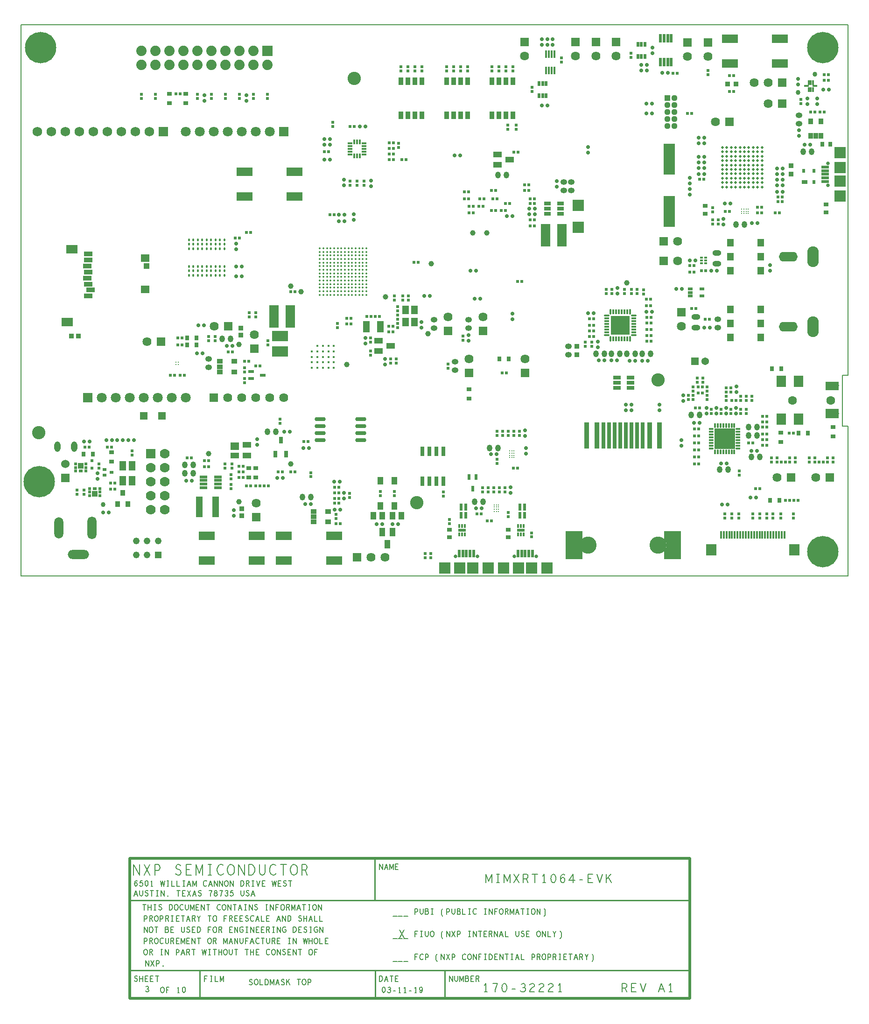
<source format=gbr>
G04 ================== begin FILE IDENTIFICATION RECORD ==================*
G04 Layout Name:  LAY-32221_A1.brd*
G04 Film Name:    PSM*
G04 File Format:  Gerber RS274X*
G04 File Origin:  Cadence Allegro 16.6-2015-S103*
G04 Origin Date:  Mon Mar 11 10:16:27 2019*
G04 *
G04 Layer:  DRAWING FORMAT/FILM_TITLE_BLOCK*
G04 Layer:  VIA CLASS/SOLDERMASK_TOP*
G04 Layer:  PIN/SOLDERMASK_TOP*
G04 Layer:  PACKAGE GEOMETRY/SOLDERMASK_TOP*
G04 Layer:  BOARD GEOMETRY/OUTLINE*
G04 Layer:  BOARD GEOMETRY/SOLDERMASK_TOP*
G04 *
G04 Offset:    (0.00 0.00)*
G04 Mirror:    No*
G04 Mode:      Positive*
G04 Rotation:  0*
G04 FullContactRelief:  No*
G04 UndefLineWidth:     6.00*
G04 ================== end FILE IDENTIFICATION RECORD ====================*
%FSLAX55Y55*MOIN*%
%IR0*IPPOS*OFA0.00000B0.00000*MIA0B0*SFA1.00000B1.00000*%
%ADD118C,.02*%
%ADD11O,.065X.152*%
%ADD15O,.152X.065*%
%ADD16O,.065X.16201*%
%ADD67C,.014*%
%ADD62R,.116X.074*%
%ADD51R,.048X.15*%
%ADD101R,.084X.224*%
%ADD50R,.114X.059*%
%ADD24C,.06*%
%ADD121O,.134X.069*%
%ADD63R,.065X.162*%
%ADD38C,.07*%
%ADD31C,.034*%
%ADD102C,.044*%
%ADD80C,.026*%
%ADD66C,.017*%
%ADD36C,.071*%
%ADD122C,.063*%
%AMMACRO116*
4,1,21,.016,-.0075,
-.0085,-.0075,
-.009802,-.007386,
-.011065,-.007048,
-.01225,-.006495,
-.013321,-.005745,
-.014245,-.004821,
-.014995,-.00375,
-.015548,-.002565,
-.015886,-.001302,
-.016,0.0,
-.015886,.001302,
-.015548,.002565,
-.014995,.00375,
-.014245,.004821,
-.013321,.005745,
-.01225,.006495,
-.011065,.007048,
-.009802,.007386,
-.0085,.0075,
.016,.0075,
.016,-.0075,
0.0*
%
%ADD116MACRO116*%
%ADD111C,.054*%
%AMMACRO109*
4,1,21,.0075,.016,
.0075,-.0085,
.007386,-.009802,
.007048,-.011065,
.006495,-.01225,
.005745,-.013321,
.004821,-.014245,
.00375,-.014995,
.002565,-.015548,
.001302,-.015886,
0.0,-.016,
-.001302,-.015886,
-.002565,-.015548,
-.00375,-.014995,
-.004821,-.014245,
-.005745,-.013321,
-.006495,-.01225,
-.007048,-.011065,
-.007386,-.009802,
-.0075,-.0085,
-.0075,.016,
.0075,.016,
0.0*
%
%ADD109MACRO109*%
%ADD55C,.018*%
%ADD23R,.02X.02*%
%ADD90R,.036X.185*%
%ADD41C,.064*%
%ADD93R,.028X.185*%
%ADD44C,.074*%
%ADD26C,.029*%
%ADD53C,.039*%
%ADD37C,.049*%
%ADD19R,.06X.06*%
%ADD39R,.07X.07*%
%ADD13C,.095*%
%ADD103R,.044X.044*%
%ADD27R,.071X.071*%
%ADD14C,.069*%
%ADD110R,.054X.054*%
%ADD48R,.064X.064*%
%ADD92R,.083X.083*%
%ADD64R,.074X.074*%
%ADD45R,.049X.049*%
%ADD49R,.069X.069*%
%ADD77R,.079X.079*%
%ADD123O,.08268X.14764*%
%AMMACRO88*
4,1,15,.06106,-.09846,
-.06106,-.09846,
-.06106,.09846,
.06106,.09846,
.06106,.04326,
.054158,.035636,
.048684,.026929,
.044805,.017404,
.04264,.00735,
.042253,-.002928,
.043656,-.013116,
.046808,-.022906,
.051611,-.032,
.057921,-.040121,
.06106,-.04326,
.06106,-.09846,
0.0*
%
%ADD88MACRO88*%
%ADD83R,.02X.04*%
%ADD20R,.03X.02*%
%ADD128R,.012X.032*%
%ADD17R,.023X.02*%
%ADD127R,.032X.012*%
%ADD61R,.043X.02*%
%ADD84R,.02X.043*%
%ADD18R,.024X.022*%
%ADD104R,.022X.061*%
%ADD52R,.052X.021*%
%ADD22R,.022X.024*%
%ADD132R,.035X.012*%
%ADD43R,.041X.043*%
%ADD130R,.057X.02*%
%ADD114R,.024X.016*%
%ADD99O,.015X.038*%
%ADD89C,.122*%
%ADD86R,.015X.052*%
%ADD126R,.034X.044*%
%ADD96O,.038X.015*%
%ADD81R,.055X.022*%
%ADD79R,.02X.057*%
%ADD56R,.037X.032*%
%ADD115R,.016X.053*%
%ADD75R,.034X.053*%
%ADD70R,.016X.036*%
%ADD60R,.027X.051*%
%ADD59R,.044X.034*%
%ADD42R,.06X.055*%
%ADD34R,.029X.023*%
%ADD28R,.032X.037*%
%ADD125R,.024X.028*%
%ADD117R,.051X.055*%
%ADD98R,.015X.038*%
%ADD87R,.019X.034*%
%ADD85R,.051X.028*%
%ADD73R,.04X.058*%
%ADD71R,.036X.016*%
%ADD21R,.04X.039*%
%ADD10C,.224*%
%ADD124R,.043X.028*%
%ADD97R,.038X.015*%
%ADD91R,.035X.037*%
%ADD68R,.041X.057*%
%ADD30R,.063X.036*%
%ADD119R,.037X.035*%
%ADD113R,.036X.019*%
%ADD112O,.064X.039*%
%ADD82R,.016X.029*%
%ADD78R,.036X.028*%
%ADD40R,.056X.052*%
%ADD25R,.028X.036*%
%ADD131R,.028X.036*%
%ADD74R,.051X.059*%
%ADD35R,.036X.028*%
%ADD32R,.048X.071*%
%ADD94R,.054X.029*%
%ADD33R,.035X.039*%
%ADD12O,.04402X.07402*%
%ADD58R,.059X.052*%
%ADD57R,.059X.044*%
%ADD54O,.049X.039*%
%ADD47C,.008*%
%ADD129O,.087X.047*%
%AMMACRO107*
4,1,21,-.0075,-.016,
-.0075,.0085,
-.007386,.009802,
-.007048,.011065,
-.006495,.01225,
-.005745,.013321,
-.004821,.014245,
-.00375,.014995,
-.002565,.015548,
-.001302,.015886,
0.0,.016,
.001302,.015886,
.002565,.015548,
.00375,.014995,
.004821,.014245,
.005745,.013321,
.006495,.01225,
.007048,.011065,
.007386,.009802,
.0075,.0085,
.0075,-.016,
-.0075,-.016,
0.0*
%
%ADD107MACRO107*%
%ADD76R,.028X.067*%
%ADD72R,.044X.059*%
%ADD46O,.039X.049*%
%AMMACRO108*
4,1,21,-.016,.0075,
.0085,.0075,
.009802,.007386,
.011065,.007048,
.01225,.006495,
.013321,.005745,
.014245,.004821,
.014995,.00375,
.015548,.002565,
.015886,.001302,
.016,0.0,
.015886,-.001302,
.015548,-.002565,
.014995,-.00375,
.014245,-.004821,
.013321,-.005745,
.01225,-.006495,
.011065,-.007048,
.009802,-.007386,
.0085,-.0075,
-.016,-.0075,
-.016,.0075,
0.0*
%
%ADD108MACRO108*%
%ADD105R,.075X.083*%
%ADD95R,.134X.134*%
%ADD65O,.079X.029*%
%ADD120R,.067X.083*%
%ADD106R,.146X.146*%
%ADD69R,.047X.079*%
%ADD29R,.079X.059*%
%AMMACRO100*
4,1,15,-.06106,.09846,
.06106,.09846,
.06106,-.09846,
-.06106,-.09846,
-.06106,-.04326,
-.054158,-.035636,
-.048684,-.026929,
-.044805,-.017404,
-.04264,-.00735,
-.042253,.002928,
-.043656,.013116,
-.046808,.022906,
-.051611,.032,
-.057921,.040121,
-.06106,.04326,
-.06106,.09846,
0.0*
%
%ADD100MACRO100*%
%ADD133C,.01*%
%ADD134C,.006*%
G75*
%LPD*%
G75*
G36*
G01X574750Y119375D02*
Y112625D01*
X584000D01*
Y119375D01*
X574750D01*
G37*
G36*
G01Y138900D02*
Y132875D01*
X584000D01*
Y138900D01*
X574750D01*
G37*
G54D100*
X465118Y21979D03*
G54D110*
X481260Y153563D03*
G54D101*
X463000Y260299D03*
Y297701D03*
G54D120*
X542894Y112163D03*
Y138935D03*
X555099Y112163D03*
Y138935D03*
G54D111*
X488740Y153563D03*
G54D102*
X461500Y321500D03*
Y326500D03*
Y331500D03*
Y336500D03*
X466500Y321500D03*
Y326500D03*
Y331500D03*
Y336500D03*
Y341500D03*
G54D112*
X482000Y177550D03*
Y185150D03*
X497000Y223200D03*
Y230800D03*
G54D10*
X13000Y67500D03*
X14000Y377500D03*
X572500Y17500D03*
Y377500D03*
G54D130*
X574260Y281832D03*
Y284391D03*
Y286950D03*
Y289509D03*
Y292068D03*
G54D103*
X461500Y341500D03*
G54D121*
X547918Y178030D03*
Y228029D03*
G54D131*
X577757Y308500D03*
X572243D03*
G54D113*
X477774Y202528D03*
Y199928D03*
X486274D03*
Y205128D03*
X477774D03*
G54D104*
X464339Y383965D03*
X461780D03*
X459220D03*
X456661D03*
Y367035D03*
X459220D03*
X461780D03*
X464339D03*
G54D20*
X42500Y74941D03*
X52500Y62559D03*
G54D122*
X550768Y125549D03*
X578327D03*
G54D11*
X27075Y34419D03*
G54D105*
X492776Y18759D03*
X552224D03*
G54D12*
X26000Y92500D03*
X38000D03*
G54D30*
X49454Y204252D03*
X47879Y199921D03*
Y225905D03*
X47091Y221575D03*
X47879Y217244D03*
X47091Y212913D03*
X47879Y208583D03*
Y230236D03*
G54D21*
X42500Y78681D03*
X52500Y58819D03*
G54D114*
X486000Y223550D03*
Y225550D03*
Y227550D03*
X489000D03*
Y225550D03*
Y223550D03*
G54D132*
X566953Y350000D03*
G54D123*
X565635Y178030D03*
Y228029D03*
G54D133*
G01X77500Y-281500D02*
X477500D01*
G01X77500Y-251500D02*
Y-231500D01*
X477500D01*
G01X127500Y-301500D02*
Y-281500D01*
G01X253000Y-301500D02*
Y-281500D01*
G01X252500Y-231500D02*
Y-201500D01*
G01X302500Y-301500D02*
Y-281500D01*
G54D106*
X502500Y98050D03*
G54D40*
X87729Y114500D03*
X100529D03*
G54D124*
X559701Y281513D03*
G54D115*
X499862Y29290D03*
X501831D03*
X503799D03*
X505768D03*
X507736D03*
X509705D03*
X511673D03*
X513642D03*
X515610D03*
X517579D03*
X519547D03*
X521516D03*
X523484D03*
X525453D03*
X527421D03*
X529390D03*
X531358D03*
X533327D03*
X535295D03*
X537264D03*
X541201D03*
X539232D03*
X543169D03*
X545138D03*
G54D22*
X48676Y92000D03*
X45724D03*
X66976Y66500D03*
X64024D03*
Y62000D03*
X66976D03*
X64452Y92000D03*
X61500D03*
X106524Y143500D03*
X109476D03*
X116476D03*
X113524D03*
X112024Y165000D03*
X114976D03*
Y170000D03*
X112024D03*
X110524Y344346D03*
X113476D03*
X131024Y82500D03*
X133976D03*
X131024Y78000D03*
X133976D03*
X121476Y84500D03*
X118524D03*
X161024Y64500D03*
X155524Y70308D03*
X158476D03*
Y74308D03*
X155524D03*
Y78500D03*
X158476D03*
X147824Y160000D03*
X150776D03*
X162452Y153290D03*
X159500D03*
X153048Y241500D03*
X156000D03*
X161024Y245500D03*
X163976Y64500D03*
X167519D03*
X170471D03*
X173524D03*
X176476D03*
X183524Y74500D03*
X170476Y150000D03*
X167524D03*
X163976Y245500D03*
X186476Y74500D03*
X195476D03*
X192524D03*
X201924Y96000D03*
X204876D03*
X195464Y203000D03*
X192512D03*
X227976Y37500D03*
X225024D03*
X226952Y52000D03*
X224000D03*
X226976Y55500D03*
X224024D03*
X226976Y59500D03*
X224024D03*
X226976Y63500D03*
X224024D03*
X220524Y258000D03*
X223476D03*
X216500Y303031D03*
X219452D03*
X235476Y180000D03*
X232524D03*
X235476Y184000D03*
X232524D03*
X247024Y185500D03*
X249976D03*
X235079Y321000D03*
X238031D03*
X265476Y178500D03*
X262524D03*
X265476Y174500D03*
X262524D03*
X255976Y185500D03*
X253024D03*
X265976Y309500D03*
X263024D03*
X265976Y297500D03*
X263024D03*
X265976Y301500D03*
X263024D03*
X272024Y297500D03*
X263024Y305500D03*
X265976D03*
X280524Y224000D03*
X283476D03*
X274976Y297500D03*
X316524Y269500D03*
Y274500D03*
X328476Y44500D03*
X325524D03*
X333024Y39500D03*
X335976D03*
X327524Y269500D03*
X330476D03*
X319476D03*
X320000Y264000D03*
X322952D03*
X320000Y259500D03*
X322952D03*
X339976Y269500D03*
X337024D03*
X336024Y261000D03*
X338976D03*
X327000Y264000D03*
X329952D03*
X319476Y274500D03*
X338976Y275500D03*
X336024D03*
X354576Y77000D03*
X351624D03*
X343524Y145000D03*
X346476D03*
X354524Y210500D03*
X357476D03*
X363524Y250000D03*
Y254500D03*
Y266000D03*
X346000D03*
X348952D03*
X343024Y261000D03*
X345976D03*
X363524Y269500D03*
X359524Y275500D03*
X362476D03*
X359524Y279500D03*
X362476D03*
X354976Y302800D03*
X352024D03*
X366476Y250000D03*
Y254500D03*
Y266000D03*
Y269500D03*
X406024Y183628D03*
Y175128D03*
Y171128D03*
Y179128D03*
X408976Y183628D03*
Y175128D03*
Y171128D03*
Y179128D03*
X447024Y171628D03*
X449976D03*
X447024Y176128D03*
X449976D03*
Y167628D03*
X447024D03*
X449976Y180628D03*
X447024D03*
X449452Y193128D03*
X446500D03*
X449976Y184628D03*
X447024D03*
X449426Y197628D03*
X446474D03*
X468476Y359000D03*
X465524D03*
X483976Y80000D03*
X481024D03*
X483976Y90095D03*
X481024D03*
X483976Y85050D03*
X481024D03*
X483976Y95050D03*
X481024D03*
X483976Y105050D03*
X481024D03*
X483976Y100050D03*
X481024D03*
X486476Y130848D03*
X483524D03*
X484476Y120000D03*
X481524D03*
X486476Y135000D03*
X483524D03*
X488524Y183550D03*
X491476D03*
X482000Y191150D03*
X479048D03*
X477524Y217000D03*
X480476D03*
X477524Y221800D03*
X480476D03*
X486024Y218050D03*
X488976D03*
X487476Y283500D03*
X484524D03*
X476024Y330500D03*
X478976D03*
X519524Y95095D03*
X510500Y125524D03*
X507548D03*
X505976Y260500D03*
X503024D03*
X506024Y357500D03*
X508976D03*
X506024Y346000D03*
X508976D03*
X524548Y62311D03*
X527500D03*
X522476Y95095D03*
X529524Y93500D03*
X532476D03*
Y114000D03*
X529524D03*
X532476Y110000D03*
X529524D03*
X532476Y97500D03*
X529524D03*
X532476Y101500D03*
X529524D03*
Y106500D03*
X532476D03*
X528976Y263500D03*
X526024D03*
X528976Y259500D03*
X526024D03*
X538524D03*
X541476D03*
X540474Y267346D03*
Y270846D03*
X554976Y54000D03*
X552024D03*
X548976D03*
X546024D03*
X543024Y81500D03*
X545976D03*
X551421Y102019D03*
X548469D03*
X543426Y267346D03*
Y270846D03*
X564024Y331500D03*
X570024Y81500D03*
X572976D03*
X566976Y331500D03*
X573476D03*
X570524D03*
X573524Y358000D03*
X576476D03*
X573524Y354000D03*
X576476D03*
G54D13*
X12500Y102500D03*
X238000Y355500D03*
X282500Y52500D03*
X455000Y140000D03*
G54D31*
X58500Y51000D03*
X555000Y345500D03*
X567000Y358500D03*
G54D134*
G01X590550Y0D02*
X0D01*
Y393700D01*
X590550D01*
Y143500D01*
X586500D01*
Y107000D01*
X590550D01*
Y0D01*
G01X80950Y-288967D02*
X81350Y-289300D01*
X81800Y-289500D01*
X82200D01*
X82600Y-289300D01*
X82900Y-288967D01*
X83050Y-288500D01*
X82950Y-288033D01*
X82700Y-287633D01*
X82250Y-287367D01*
X81650Y-287233D01*
X81300Y-286967D01*
X81150Y-286500D01*
X81250Y-286033D01*
X81500Y-285700D01*
X81850Y-285500D01*
X82200D01*
X82550Y-285633D01*
X82850Y-285967D01*
G01X84750Y-289500D02*
Y-285500D01*
G01X86850D02*
Y-289500D01*
G01Y-287500D02*
X84750D01*
G01X90600Y-289500D02*
X88600D01*
Y-285500D01*
X90600D01*
G01X89800Y-287433D02*
X88600D01*
G01X94400Y-289500D02*
X92400D01*
Y-285500D01*
X94400D01*
G01X93600Y-287433D02*
X92400D01*
G01X97200Y-285500D02*
Y-289500D01*
G01X96050Y-285500D02*
X98350D01*
G01X88900Y-296200D02*
X89200Y-296667D01*
X89600Y-296933D01*
X90050Y-297000D01*
X90450Y-296933D01*
X90850Y-296600D01*
X91100Y-296200D01*
X91150Y-295800D01*
X91050Y-295333D01*
X90700Y-295000D01*
X90350Y-294867D01*
X89900D01*
G01X90350D02*
X90650Y-294667D01*
X90900Y-294333D01*
X91000Y-293933D01*
X90900Y-293533D01*
X90650Y-293200D01*
X90200Y-293000D01*
X89750Y-293067D01*
X89300Y-293333D01*
G01X89000Y-270500D02*
X88600Y-270433D01*
X88250Y-270167D01*
X87950Y-269767D01*
X87750Y-269300D01*
X87650Y-268767D01*
Y-268233D01*
X87750Y-267700D01*
X87950Y-267233D01*
X88250Y-266833D01*
X88600Y-266567D01*
X89000Y-266500D01*
X89400Y-266567D01*
X89750Y-266833D01*
X90050Y-267233D01*
X90250Y-267700D01*
X90350Y-268233D01*
Y-268767D01*
X90250Y-269300D01*
X90050Y-269767D01*
X89750Y-270167D01*
X89400Y-270433D01*
X89000Y-270500D01*
G01X91800D02*
Y-266500D01*
X93050D01*
X93450Y-266700D01*
X93700Y-266967D01*
X93800Y-267500D01*
X93700Y-268033D01*
X93400Y-268367D01*
X93050Y-268567D01*
X91800D01*
G01X93050D02*
X93800Y-270500D01*
G01X99800Y-266500D02*
X101000D01*
G01X100400D02*
Y-270500D01*
G01X99800D02*
X101000D01*
G01X103050D02*
Y-266500D01*
X105350Y-270500D01*
Y-266500D01*
G01X110800Y-270500D02*
Y-266500D01*
X112000D01*
X112400Y-266700D01*
X112700Y-267167D01*
X112800Y-267700D01*
X112700Y-268233D01*
X112450Y-268633D01*
X112000Y-268833D01*
X110800D01*
G01X114350Y-270500D02*
X115600Y-266500D01*
X116850Y-270500D01*
G01X116400Y-269100D02*
X114800D01*
G01X118400Y-270500D02*
Y-266500D01*
X119650D01*
X120050Y-266700D01*
X120300Y-266967D01*
X120400Y-267500D01*
X120300Y-268033D01*
X120000Y-268367D01*
X119650Y-268567D01*
X118400D01*
G01X119650D02*
X120400Y-270500D01*
G01X123200Y-266500D02*
Y-270500D01*
G01X122050Y-266500D02*
X124350D01*
G01X129300D02*
X130000Y-270500D01*
X130800Y-266500D01*
X131600Y-270500D01*
X132300Y-266500D01*
G01X134000D02*
X135200D01*
G01X134600D02*
Y-270500D01*
G01X134000D02*
X135200D01*
G01X138400Y-266500D02*
Y-270500D01*
G01X137250Y-266500D02*
X139550D01*
G01X141150Y-270500D02*
Y-266500D01*
G01X143250D02*
Y-270500D01*
G01Y-268500D02*
X141150D01*
G01X146000Y-270500D02*
X145600Y-270433D01*
X145250Y-270167D01*
X144950Y-269767D01*
X144750Y-269300D01*
X144650Y-268767D01*
Y-268233D01*
X144750Y-267700D01*
X144950Y-267233D01*
X145250Y-266833D01*
X145600Y-266567D01*
X146000Y-266500D01*
X146400Y-266567D01*
X146750Y-266833D01*
X147050Y-267233D01*
X147250Y-267700D01*
X147350Y-268233D01*
Y-268767D01*
X147250Y-269300D01*
X147050Y-269767D01*
X146750Y-270167D01*
X146400Y-270433D01*
X146000Y-270500D01*
G01X148700Y-266500D02*
Y-269367D01*
X148900Y-269967D01*
X149300Y-270367D01*
X149800Y-270500D01*
X150300Y-270367D01*
X150700Y-269967D01*
X150900Y-269367D01*
Y-266500D01*
G01X153600D02*
Y-270500D01*
G01X152450Y-266500D02*
X154750D01*
G01X161200D02*
Y-270500D01*
G01X160050Y-266500D02*
X162350D01*
G01X163950Y-270500D02*
Y-266500D01*
G01X166050D02*
Y-270500D01*
G01Y-268500D02*
X163950D01*
G01X169800Y-270500D02*
X167800D01*
Y-266500D01*
X169800D01*
G01X169000Y-268433D02*
X167800D01*
G01X177500Y-266833D02*
X177200Y-266633D01*
X176850Y-266500D01*
X176450D01*
X176000Y-266700D01*
X175650Y-267033D01*
X175400Y-267433D01*
X175200Y-268100D01*
X175150Y-268700D01*
X175250Y-269300D01*
X175400Y-269700D01*
X175700Y-270100D01*
X176050Y-270367D01*
X176400Y-270500D01*
X176750D01*
X177100Y-270367D01*
X177400Y-270167D01*
X177650Y-269900D01*
G01X180200Y-270500D02*
X179800Y-270433D01*
X179450Y-270167D01*
X179150Y-269767D01*
X178950Y-269300D01*
X178850Y-268767D01*
Y-268233D01*
X178950Y-267700D01*
X179150Y-267233D01*
X179450Y-266833D01*
X179800Y-266567D01*
X180200Y-266500D01*
X180600Y-266567D01*
X180950Y-266833D01*
X181250Y-267233D01*
X181450Y-267700D01*
X181550Y-268233D01*
Y-268767D01*
X181450Y-269300D01*
X181250Y-269767D01*
X180950Y-270167D01*
X180600Y-270433D01*
X180200Y-270500D01*
G01X182850D02*
Y-266500D01*
X185150Y-270500D01*
Y-266500D01*
G01X186750Y-269967D02*
X187150Y-270300D01*
X187600Y-270500D01*
X188000D01*
X188400Y-270300D01*
X188700Y-269967D01*
X188850Y-269500D01*
X188750Y-269033D01*
X188500Y-268633D01*
X188050Y-268367D01*
X187450Y-268233D01*
X187100Y-267967D01*
X186950Y-267500D01*
X187050Y-267033D01*
X187300Y-266700D01*
X187650Y-266500D01*
X188000D01*
X188350Y-266633D01*
X188650Y-266967D01*
G01X192600Y-270500D02*
X190600D01*
Y-266500D01*
X192600D01*
G01X191800Y-268433D02*
X190600D01*
G01X194250Y-270500D02*
Y-266500D01*
X196550Y-270500D01*
Y-266500D01*
G01X199200D02*
Y-270500D01*
G01X198050Y-266500D02*
X200350D01*
G01X206800Y-270500D02*
X206400Y-270433D01*
X206050Y-270167D01*
X205750Y-269767D01*
X205550Y-269300D01*
X205450Y-268767D01*
Y-268233D01*
X205550Y-267700D01*
X205750Y-267233D01*
X206050Y-266833D01*
X206400Y-266567D01*
X206800Y-266500D01*
X207200Y-266567D01*
X207550Y-266833D01*
X207850Y-267233D01*
X208050Y-267700D01*
X208150Y-268233D01*
Y-268767D01*
X208050Y-269300D01*
X207850Y-269767D01*
X207550Y-270167D01*
X207200Y-270433D01*
X206800Y-270500D01*
G01X209650D02*
Y-266500D01*
X211550D01*
G01X210850Y-268433D02*
X209650D01*
G01X88850Y-278500D02*
Y-274500D01*
X91150Y-278500D01*
Y-274500D01*
G01X92750Y-278500D02*
X94850Y-274500D01*
G01X92750D02*
X94850Y-278500D01*
G01X96600D02*
Y-274500D01*
X97800D01*
X98200Y-274700D01*
X98500Y-275167D01*
X98600Y-275700D01*
X98500Y-276233D01*
X98250Y-276633D01*
X97800Y-276833D01*
X96600D01*
G01X101400Y-278633D02*
X101300Y-278567D01*
Y-278433D01*
X101400Y-278367D01*
X101500Y-278433D01*
Y-278567D01*
X101400Y-278633D01*
G01X88000Y-262500D02*
Y-258500D01*
X89200D01*
X89600Y-258700D01*
X89900Y-259167D01*
X90000Y-259700D01*
X89900Y-260233D01*
X89650Y-260633D01*
X89200Y-260833D01*
X88000D01*
G01X91800Y-262500D02*
Y-258500D01*
X93050D01*
X93450Y-258700D01*
X93700Y-258967D01*
X93800Y-259500D01*
X93700Y-260033D01*
X93400Y-260367D01*
X93050Y-260567D01*
X91800D01*
G01X93050D02*
X93800Y-262500D01*
G01X96600D02*
X96200Y-262433D01*
X95850Y-262167D01*
X95550Y-261767D01*
X95350Y-261300D01*
X95250Y-260767D01*
Y-260233D01*
X95350Y-259700D01*
X95550Y-259233D01*
X95850Y-258833D01*
X96200Y-258567D01*
X96600Y-258500D01*
X97000Y-258567D01*
X97350Y-258833D01*
X97650Y-259233D01*
X97850Y-259700D01*
X97950Y-260233D01*
Y-260767D01*
X97850Y-261300D01*
X97650Y-261767D01*
X97350Y-262167D01*
X97000Y-262433D01*
X96600Y-262500D01*
G01X101500Y-258833D02*
X101200Y-258633D01*
X100850Y-258500D01*
X100450D01*
X100000Y-258700D01*
X99650Y-259033D01*
X99400Y-259433D01*
X99200Y-260100D01*
X99150Y-260700D01*
X99250Y-261300D01*
X99400Y-261700D01*
X99700Y-262100D01*
X100050Y-262367D01*
X100400Y-262500D01*
X100750D01*
X101100Y-262367D01*
X101400Y-262167D01*
X101650Y-261900D01*
G01X103100Y-258500D02*
Y-261367D01*
X103300Y-261967D01*
X103700Y-262367D01*
X104200Y-262500D01*
X104700Y-262367D01*
X105100Y-261967D01*
X105300Y-261367D01*
Y-258500D01*
G01X107000Y-262500D02*
Y-258500D01*
X108250D01*
X108650Y-258700D01*
X108900Y-258967D01*
X109000Y-259500D01*
X108900Y-260033D01*
X108600Y-260367D01*
X108250Y-260567D01*
X107000D01*
G01X108250D02*
X109000Y-262500D01*
G01X112800D02*
X110800D01*
Y-258500D01*
X112800D01*
G01X112000Y-260433D02*
X110800D01*
G01X114300Y-262500D02*
Y-258500D01*
X115600Y-261833D01*
X116900Y-258500D01*
Y-262500D01*
G01X120400D02*
X118400D01*
Y-258500D01*
X120400D01*
G01X119600Y-260433D02*
X118400D01*
G01X122050Y-262500D02*
Y-258500D01*
X124350Y-262500D01*
Y-258500D01*
G01X127000D02*
Y-262500D01*
G01X125850Y-258500D02*
X128150D01*
G01X134600Y-262500D02*
X134200Y-262433D01*
X133850Y-262167D01*
X133550Y-261767D01*
X133350Y-261300D01*
X133250Y-260767D01*
Y-260233D01*
X133350Y-259700D01*
X133550Y-259233D01*
X133850Y-258833D01*
X134200Y-258567D01*
X134600Y-258500D01*
X135000Y-258567D01*
X135350Y-258833D01*
X135650Y-259233D01*
X135850Y-259700D01*
X135950Y-260233D01*
Y-260767D01*
X135850Y-261300D01*
X135650Y-261767D01*
X135350Y-262167D01*
X135000Y-262433D01*
X134600Y-262500D01*
G01X137400D02*
Y-258500D01*
X138650D01*
X139050Y-258700D01*
X139300Y-258967D01*
X139400Y-259500D01*
X139300Y-260033D01*
X139000Y-260367D01*
X138650Y-260567D01*
X137400D01*
G01X138650D02*
X139400Y-262500D01*
G01X144700D02*
Y-258500D01*
X146000Y-261833D01*
X147300Y-258500D01*
Y-262500D01*
G01X148550D02*
X149800Y-258500D01*
X151050Y-262500D01*
G01X150600Y-261100D02*
X149000D01*
G01X152450Y-262500D02*
Y-258500D01*
X154750Y-262500D01*
Y-258500D01*
G01X156300D02*
Y-261367D01*
X156500Y-261967D01*
X156900Y-262367D01*
X157400Y-262500D01*
X157900Y-262367D01*
X158300Y-261967D01*
X158500Y-261367D01*
Y-258500D01*
G01X160250Y-262500D02*
Y-258500D01*
X162150D01*
G01X161450Y-260433D02*
X160250D01*
G01X163750Y-262500D02*
X165000Y-258500D01*
X166250Y-262500D01*
G01X165800Y-261100D02*
X164200D01*
G01X169900Y-258833D02*
X169600Y-258633D01*
X169250Y-258500D01*
X168850D01*
X168400Y-258700D01*
X168050Y-259033D01*
X167800Y-259433D01*
X167600Y-260100D01*
X167550Y-260700D01*
X167650Y-261300D01*
X167800Y-261700D01*
X168100Y-262100D01*
X168450Y-262367D01*
X168800Y-262500D01*
X169150D01*
X169500Y-262367D01*
X169800Y-262167D01*
X170050Y-261900D01*
G01X172600Y-258500D02*
Y-262500D01*
G01X171450Y-258500D02*
X173750D01*
G01X175300D02*
Y-261367D01*
X175500Y-261967D01*
X175900Y-262367D01*
X176400Y-262500D01*
X176900Y-262367D01*
X177300Y-261967D01*
X177500Y-261367D01*
Y-258500D01*
G01X179200Y-262500D02*
Y-258500D01*
X180450D01*
X180850Y-258700D01*
X181100Y-258967D01*
X181200Y-259500D01*
X181100Y-260033D01*
X180800Y-260367D01*
X180450Y-260567D01*
X179200D01*
G01X180450D02*
X181200Y-262500D01*
G01X185000D02*
X183000D01*
Y-258500D01*
X185000D01*
G01X184200Y-260433D02*
X183000D01*
G01X191000Y-258500D02*
X192200D01*
G01X191600D02*
Y-262500D01*
G01X191000D02*
X192200D01*
G01X194250D02*
Y-258500D01*
X196550Y-262500D01*
Y-258500D01*
G01X201500D02*
X202200Y-262500D01*
X203000Y-258500D01*
X203800Y-262500D01*
X204500Y-258500D01*
G01X205750Y-262500D02*
Y-258500D01*
G01X207850D02*
Y-262500D01*
G01Y-260500D02*
X205750D01*
G01X210600Y-262500D02*
X210200Y-262433D01*
X209850Y-262167D01*
X209550Y-261767D01*
X209350Y-261300D01*
X209250Y-260767D01*
Y-260233D01*
X209350Y-259700D01*
X209550Y-259233D01*
X209850Y-258833D01*
X210200Y-258567D01*
X210600Y-258500D01*
X211000Y-258567D01*
X211350Y-258833D01*
X211650Y-259233D01*
X211850Y-259700D01*
X211950Y-260233D01*
Y-260767D01*
X211850Y-261300D01*
X211650Y-261767D01*
X211350Y-262167D01*
X211000Y-262433D01*
X210600Y-262500D01*
G01X213400Y-258500D02*
Y-262500D01*
X215400D01*
G01X219200D02*
X217200D01*
Y-258500D01*
X219200D01*
G01X218400Y-260433D02*
X217200D01*
G01X88000Y-246500D02*
Y-242500D01*
X89200D01*
X89600Y-242700D01*
X89900Y-243167D01*
X90000Y-243700D01*
X89900Y-244233D01*
X89650Y-244633D01*
X89200Y-244833D01*
X88000D01*
G01X91800Y-246500D02*
Y-242500D01*
X93050D01*
X93450Y-242700D01*
X93700Y-242967D01*
X93800Y-243500D01*
X93700Y-244033D01*
X93400Y-244367D01*
X93050Y-244567D01*
X91800D01*
G01X93050D02*
X93800Y-246500D01*
G01X96600D02*
X96200Y-246433D01*
X95850Y-246167D01*
X95550Y-245767D01*
X95350Y-245300D01*
X95250Y-244767D01*
Y-244233D01*
X95350Y-243700D01*
X95550Y-243233D01*
X95850Y-242833D01*
X96200Y-242567D01*
X96600Y-242500D01*
X97000Y-242567D01*
X97350Y-242833D01*
X97650Y-243233D01*
X97850Y-243700D01*
X97950Y-244233D01*
Y-244767D01*
X97850Y-245300D01*
X97650Y-245767D01*
X97350Y-246167D01*
X97000Y-246433D01*
X96600Y-246500D01*
G01X99400D02*
Y-242500D01*
X100600D01*
X101000Y-242700D01*
X101300Y-243167D01*
X101400Y-243700D01*
X101300Y-244233D01*
X101050Y-244633D01*
X100600Y-244833D01*
X99400D01*
G01X103200Y-246500D02*
Y-242500D01*
X104450D01*
X104850Y-242700D01*
X105100Y-242967D01*
X105200Y-243500D01*
X105100Y-244033D01*
X104800Y-244367D01*
X104450Y-244567D01*
X103200D01*
G01X104450D02*
X105200Y-246500D01*
G01X107400Y-242500D02*
X108600D01*
G01X108000D02*
Y-246500D01*
G01X107400D02*
X108600D01*
G01X112800D02*
X110800D01*
Y-242500D01*
X112800D01*
G01X112000Y-244433D02*
X110800D01*
G01X115600Y-242500D02*
Y-246500D01*
G01X114450Y-242500D02*
X116750D01*
G01X118150Y-246500D02*
X119400Y-242500D01*
X120650Y-246500D01*
G01X120200Y-245100D02*
X118600D01*
G01X122200Y-246500D02*
Y-242500D01*
X123450D01*
X123850Y-242700D01*
X124100Y-242967D01*
X124200Y-243500D01*
X124100Y-244033D01*
X123800Y-244367D01*
X123450Y-244567D01*
X122200D01*
G01X123450D02*
X124200Y-246500D01*
G01X127000D02*
Y-244700D01*
X126000Y-242500D01*
G01X128000D02*
X127000Y-244700D01*
G01X134600Y-242500D02*
Y-246500D01*
G01X133450Y-242500D02*
X135750D01*
G01X138400Y-246500D02*
X138000Y-246433D01*
X137650Y-246167D01*
X137350Y-245767D01*
X137150Y-245300D01*
X137050Y-244767D01*
Y-244233D01*
X137150Y-243700D01*
X137350Y-243233D01*
X137650Y-242833D01*
X138000Y-242567D01*
X138400Y-242500D01*
X138800Y-242567D01*
X139150Y-242833D01*
X139450Y-243233D01*
X139650Y-243700D01*
X139750Y-244233D01*
Y-244767D01*
X139650Y-245300D01*
X139450Y-245767D01*
X139150Y-246167D01*
X138800Y-246433D01*
X138400Y-246500D01*
G01X145050D02*
Y-242500D01*
X146950D01*
G01X146250Y-244433D02*
X145050D01*
G01X148800Y-246500D02*
Y-242500D01*
X150050D01*
X150450Y-242700D01*
X150700Y-242967D01*
X150800Y-243500D01*
X150700Y-244033D01*
X150400Y-244367D01*
X150050Y-244567D01*
X148800D01*
G01X150050D02*
X150800Y-246500D01*
G01X154600D02*
X152600D01*
Y-242500D01*
X154600D01*
G01X153800Y-244433D02*
X152600D01*
G01X158400Y-246500D02*
X156400D01*
Y-242500D01*
X158400D01*
G01X157600Y-244433D02*
X156400D01*
G01X160150Y-245967D02*
X160550Y-246300D01*
X161000Y-246500D01*
X161400D01*
X161800Y-246300D01*
X162100Y-245967D01*
X162250Y-245500D01*
X162150Y-245033D01*
X161900Y-244633D01*
X161450Y-244367D01*
X160850Y-244233D01*
X160500Y-243967D01*
X160350Y-243500D01*
X160450Y-243033D01*
X160700Y-242700D01*
X161050Y-242500D01*
X161400D01*
X161750Y-242633D01*
X162050Y-242967D01*
G01X166100Y-242833D02*
X165800Y-242633D01*
X165450Y-242500D01*
X165050D01*
X164600Y-242700D01*
X164250Y-243033D01*
X164000Y-243433D01*
X163800Y-244100D01*
X163750Y-244700D01*
X163850Y-245300D01*
X164000Y-245700D01*
X164300Y-246100D01*
X164650Y-246367D01*
X165000Y-246500D01*
X165350D01*
X165700Y-246367D01*
X166000Y-246167D01*
X166250Y-245900D01*
G01X167550Y-246500D02*
X168800Y-242500D01*
X170050Y-246500D01*
G01X169600Y-245100D02*
X168000D01*
G01X171600Y-242500D02*
Y-246500D01*
X173600D01*
G01X177400D02*
X175400D01*
Y-242500D01*
X177400D01*
G01X176600Y-244433D02*
X175400D01*
G01X182750Y-246500D02*
X184000Y-242500D01*
X185250Y-246500D01*
G01X184800Y-245100D02*
X183200D01*
G01X186650Y-246500D02*
Y-242500D01*
X188950Y-246500D01*
Y-242500D01*
G01X190500Y-246500D02*
Y-242500D01*
X191500D01*
X191900Y-242700D01*
X192200Y-242967D01*
X192450Y-243367D01*
X192650Y-243833D01*
X192700Y-244500D01*
X192650Y-245167D01*
X192450Y-245633D01*
X192200Y-246033D01*
X191900Y-246300D01*
X191500Y-246500D01*
X190500D01*
G01X198150Y-245967D02*
X198550Y-246300D01*
X199000Y-246500D01*
X199400D01*
X199800Y-246300D01*
X200100Y-245967D01*
X200250Y-245500D01*
X200150Y-245033D01*
X199900Y-244633D01*
X199450Y-244367D01*
X198850Y-244233D01*
X198500Y-243967D01*
X198350Y-243500D01*
X198450Y-243033D01*
X198700Y-242700D01*
X199050Y-242500D01*
X199400D01*
X199750Y-242633D01*
X200050Y-242967D01*
G01X201950Y-246500D02*
Y-242500D01*
G01X204050D02*
Y-246500D01*
G01Y-244500D02*
X201950D01*
G01X205550Y-246500D02*
X206800Y-242500D01*
X208050Y-246500D01*
G01X207600Y-245100D02*
X206000D01*
G01X209600Y-242500D02*
Y-246500D01*
X211600D01*
G01X213400Y-242500D02*
Y-246500D01*
X215400D01*
G01X87850Y-254500D02*
Y-250500D01*
X90150Y-254500D01*
Y-250500D01*
G01X92800Y-254500D02*
X92400Y-254433D01*
X92050Y-254167D01*
X91750Y-253767D01*
X91550Y-253300D01*
X91450Y-252767D01*
Y-252233D01*
X91550Y-251700D01*
X91750Y-251233D01*
X92050Y-250833D01*
X92400Y-250567D01*
X92800Y-250500D01*
X93200Y-250567D01*
X93550Y-250833D01*
X93850Y-251233D01*
X94050Y-251700D01*
X94150Y-252233D01*
Y-252767D01*
X94050Y-253300D01*
X93850Y-253767D01*
X93550Y-254167D01*
X93200Y-254433D01*
X92800Y-254500D01*
G01X96600Y-250500D02*
Y-254500D01*
G01X95450Y-250500D02*
X97750D01*
G01X104600Y-252367D02*
X104800Y-252167D01*
X104950Y-251833D01*
X105050Y-251367D01*
X104950Y-250967D01*
X104750Y-250700D01*
X104400Y-250500D01*
X103050D01*
Y-254500D01*
X104700D01*
X105050Y-254233D01*
X105250Y-253833D01*
X105350Y-253367D01*
X105250Y-252900D01*
X104950Y-252500D01*
X104600Y-252367D01*
X103050D01*
G01X109000Y-254500D02*
X107000D01*
Y-250500D01*
X109000D01*
G01X108200Y-252433D02*
X107000D01*
G01X114500Y-250500D02*
Y-253367D01*
X114700Y-253967D01*
X115100Y-254367D01*
X115600Y-254500D01*
X116100Y-254367D01*
X116500Y-253967D01*
X116700Y-253367D01*
Y-250500D01*
G01X118350Y-253967D02*
X118750Y-254300D01*
X119200Y-254500D01*
X119600D01*
X120000Y-254300D01*
X120300Y-253967D01*
X120450Y-253500D01*
X120350Y-253033D01*
X120100Y-252633D01*
X119650Y-252367D01*
X119050Y-252233D01*
X118700Y-251967D01*
X118550Y-251500D01*
X118650Y-251033D01*
X118900Y-250700D01*
X119250Y-250500D01*
X119600D01*
X119950Y-250633D01*
X120250Y-250967D01*
G01X124200Y-254500D02*
X122200D01*
Y-250500D01*
X124200D01*
G01X123400Y-252433D02*
X122200D01*
G01X125900Y-254500D02*
Y-250500D01*
X126900D01*
X127300Y-250700D01*
X127600Y-250967D01*
X127850Y-251367D01*
X128050Y-251833D01*
X128100Y-252500D01*
X128050Y-253167D01*
X127850Y-253633D01*
X127600Y-254033D01*
X127300Y-254300D01*
X126900Y-254500D01*
X125900D01*
G01X133650D02*
Y-250500D01*
X135550D01*
G01X134850Y-252433D02*
X133650D01*
G01X138400Y-254500D02*
X138000Y-254433D01*
X137650Y-254167D01*
X137350Y-253767D01*
X137150Y-253300D01*
X137050Y-252767D01*
Y-252233D01*
X137150Y-251700D01*
X137350Y-251233D01*
X137650Y-250833D01*
X138000Y-250567D01*
X138400Y-250500D01*
X138800Y-250567D01*
X139150Y-250833D01*
X139450Y-251233D01*
X139650Y-251700D01*
X139750Y-252233D01*
Y-252767D01*
X139650Y-253300D01*
X139450Y-253767D01*
X139150Y-254167D01*
X138800Y-254433D01*
X138400Y-254500D01*
G01X141200D02*
Y-250500D01*
X142450D01*
X142850Y-250700D01*
X143100Y-250967D01*
X143200Y-251500D01*
X143100Y-252033D01*
X142800Y-252367D01*
X142450Y-252567D01*
X141200D01*
G01X142450D02*
X143200Y-254500D01*
G01X150800D02*
X148800D01*
Y-250500D01*
X150800D01*
G01X150000Y-252433D02*
X148800D01*
G01X152450Y-254500D02*
Y-250500D01*
X154750Y-254500D01*
Y-250500D01*
G01X157700Y-252500D02*
X158700D01*
Y-253700D01*
X158400Y-254100D01*
X158050Y-254367D01*
X157550Y-254500D01*
X157050Y-254367D01*
X156700Y-254100D01*
X156400Y-253700D01*
X156200Y-253233D01*
X156100Y-252700D01*
Y-252233D01*
X156200Y-251833D01*
X156400Y-251367D01*
X156700Y-250967D01*
X157000Y-250700D01*
X157400Y-250500D01*
X157750D01*
X158150Y-250633D01*
X158450Y-250900D01*
G01X160600Y-250500D02*
X161800D01*
G01X161200D02*
Y-254500D01*
G01X160600D02*
X161800D01*
G01X163850D02*
Y-250500D01*
X166150Y-254500D01*
Y-250500D01*
G01X169800Y-254500D02*
X167800D01*
Y-250500D01*
X169800D01*
G01X169000Y-252433D02*
X167800D01*
G01X173600Y-254500D02*
X171600D01*
Y-250500D01*
X173600D01*
G01X172800Y-252433D02*
X171600D01*
G01X175400Y-254500D02*
Y-250500D01*
X176650D01*
X177050Y-250700D01*
X177300Y-250967D01*
X177400Y-251500D01*
X177300Y-252033D01*
X177000Y-252367D01*
X176650Y-252567D01*
X175400D01*
G01X176650D02*
X177400Y-254500D01*
G01X179600Y-250500D02*
X180800D01*
G01X180200D02*
Y-254500D01*
G01X179600D02*
X180800D01*
G01X182850D02*
Y-250500D01*
X185150Y-254500D01*
Y-250500D01*
G01X188100Y-252500D02*
X189100D01*
Y-253700D01*
X188800Y-254100D01*
X188450Y-254367D01*
X187950Y-254500D01*
X187450Y-254367D01*
X187100Y-254100D01*
X186800Y-253700D01*
X186600Y-253233D01*
X186500Y-252700D01*
Y-252233D01*
X186600Y-251833D01*
X186800Y-251367D01*
X187100Y-250967D01*
X187400Y-250700D01*
X187800Y-250500D01*
X188150D01*
X188550Y-250633D01*
X188850Y-250900D01*
G01X194300Y-254500D02*
Y-250500D01*
X195300D01*
X195700Y-250700D01*
X196000Y-250967D01*
X196250Y-251367D01*
X196450Y-251833D01*
X196500Y-252500D01*
X196450Y-253167D01*
X196250Y-253633D01*
X196000Y-254033D01*
X195700Y-254300D01*
X195300Y-254500D01*
X194300D01*
G01X200200D02*
X198200D01*
Y-250500D01*
X200200D01*
G01X199400Y-252433D02*
X198200D01*
G01X201950Y-253967D02*
X202350Y-254300D01*
X202800Y-254500D01*
X203200D01*
X203600Y-254300D01*
X203900Y-253967D01*
X204050Y-253500D01*
X203950Y-253033D01*
X203700Y-252633D01*
X203250Y-252367D01*
X202650Y-252233D01*
X202300Y-251967D01*
X202150Y-251500D01*
X202250Y-251033D01*
X202500Y-250700D01*
X202850Y-250500D01*
X203200D01*
X203550Y-250633D01*
X203850Y-250967D01*
G01X206200Y-250500D02*
X207400D01*
G01X206800D02*
Y-254500D01*
G01X206200D02*
X207400D01*
G01X210900Y-252500D02*
X211900D01*
Y-253700D01*
X211600Y-254100D01*
X211250Y-254367D01*
X210750Y-254500D01*
X210250Y-254367D01*
X209900Y-254100D01*
X209600Y-253700D01*
X209400Y-253233D01*
X209300Y-252700D01*
Y-252233D01*
X209400Y-251833D01*
X209600Y-251367D01*
X209900Y-250967D01*
X210200Y-250700D01*
X210600Y-250500D01*
X210950D01*
X211350Y-250633D01*
X211650Y-250900D01*
G01X213250Y-254500D02*
Y-250500D01*
X215550Y-254500D01*
Y-250500D01*
G01X81050Y-219833D02*
X81400Y-219367D01*
X81700Y-219100D01*
X82100Y-218967D01*
X82450Y-219100D01*
X82700Y-219367D01*
X82900Y-219767D01*
X82950Y-220233D01*
X82900Y-220633D01*
X82700Y-221033D01*
X82400Y-221367D01*
X82050Y-221500D01*
X81650Y-221367D01*
X81300Y-220967D01*
X81100Y-220367D01*
X81050Y-219700D01*
X81150Y-218833D01*
X81300Y-218367D01*
X81550Y-217900D01*
X81900Y-217567D01*
X82250Y-217500D01*
X82600Y-217633D01*
X82850Y-217967D01*
G01X84700Y-220900D02*
X85000Y-221233D01*
X85350Y-221433D01*
X85800Y-221500D01*
X86250Y-221367D01*
X86600Y-221100D01*
X86850Y-220633D01*
X86900Y-220100D01*
X86800Y-219567D01*
X86550Y-219233D01*
X86200Y-218967D01*
X85850Y-218900D01*
X85500Y-218967D01*
X85050Y-219233D01*
X85200Y-217500D01*
X86550D01*
G01X89600D02*
X89200Y-217633D01*
X88900Y-217967D01*
X88700Y-218367D01*
X88550Y-218900D01*
X88500Y-219500D01*
X88550Y-220100D01*
X88700Y-220633D01*
X88900Y-221033D01*
X89200Y-221367D01*
X89600Y-221500D01*
X90000Y-221367D01*
X90300Y-221033D01*
X90500Y-220633D01*
X90650Y-220100D01*
X90700Y-219500D01*
X90650Y-218900D01*
X90500Y-218367D01*
X90300Y-217967D01*
X90000Y-217633D01*
X89600Y-217500D01*
G01X93400Y-221500D02*
Y-217500D01*
X92800Y-218300D01*
G01Y-221500D02*
X94000D01*
G01X99500Y-217500D02*
X100200Y-221500D01*
X101000Y-217500D01*
X101800Y-221500D01*
X102500Y-217500D01*
G01X104200D02*
X105400D01*
G01X104800D02*
Y-221500D01*
G01X104200D02*
X105400D01*
G01X107600Y-217500D02*
Y-221500D01*
X109600D01*
G01X111400Y-217500D02*
Y-221500D01*
X113400D01*
G01X115600Y-217500D02*
X116800D01*
G01X116200D02*
Y-221500D01*
G01X115600D02*
X116800D01*
G01X118750D02*
X120000Y-217500D01*
X121250Y-221500D01*
G01X120800Y-220100D02*
X119200D01*
G01X122500Y-221500D02*
Y-217500D01*
X123800Y-220833D01*
X125100Y-217500D01*
Y-221500D01*
G01X132500Y-217833D02*
X132200Y-217633D01*
X131850Y-217500D01*
X131450D01*
X131000Y-217700D01*
X130650Y-218033D01*
X130400Y-218433D01*
X130200Y-219100D01*
X130150Y-219700D01*
X130250Y-220300D01*
X130400Y-220700D01*
X130700Y-221100D01*
X131050Y-221367D01*
X131400Y-221500D01*
X131750D01*
X132100Y-221367D01*
X132400Y-221167D01*
X132650Y-220900D01*
G01X133950Y-221500D02*
X135200Y-217500D01*
X136450Y-221500D01*
G01X136000Y-220100D02*
X134400D01*
G01X137850Y-221500D02*
Y-217500D01*
X140150Y-221500D01*
Y-217500D01*
G01X141650Y-221500D02*
Y-217500D01*
X143950Y-221500D01*
Y-217500D01*
G01X146600Y-221500D02*
X146200Y-221433D01*
X145850Y-221167D01*
X145550Y-220767D01*
X145350Y-220300D01*
X145250Y-219767D01*
Y-219233D01*
X145350Y-218700D01*
X145550Y-218233D01*
X145850Y-217833D01*
X146200Y-217567D01*
X146600Y-217500D01*
X147000Y-217567D01*
X147350Y-217833D01*
X147650Y-218233D01*
X147850Y-218700D01*
X147950Y-219233D01*
Y-219767D01*
X147850Y-220300D01*
X147650Y-220767D01*
X147350Y-221167D01*
X147000Y-221433D01*
X146600Y-221500D01*
G01X149250D02*
Y-217500D01*
X151550Y-221500D01*
Y-217500D01*
G01X156900Y-221500D02*
Y-217500D01*
X157900D01*
X158300Y-217700D01*
X158600Y-217967D01*
X158850Y-218367D01*
X159050Y-218833D01*
X159100Y-219500D01*
X159050Y-220167D01*
X158850Y-220633D01*
X158600Y-221033D01*
X158300Y-221300D01*
X157900Y-221500D01*
X156900D01*
G01X160800D02*
Y-217500D01*
X162050D01*
X162450Y-217700D01*
X162700Y-217967D01*
X162800Y-218500D01*
X162700Y-219033D01*
X162400Y-219367D01*
X162050Y-219567D01*
X160800D01*
G01X162050D02*
X162800Y-221500D01*
G01X165000Y-217500D02*
X166200D01*
G01X165600D02*
Y-221500D01*
G01X165000D02*
X166200D01*
G01X168150Y-217500D02*
X169400Y-221500D01*
X170650Y-217500D01*
G01X174200Y-221500D02*
X172200D01*
Y-217500D01*
X174200D01*
G01X173400Y-219433D02*
X172200D01*
G01X179300Y-217500D02*
X180000Y-221500D01*
X180800Y-217500D01*
X181600Y-221500D01*
X182300Y-217500D01*
G01X185600Y-221500D02*
X183600D01*
Y-217500D01*
X185600D01*
G01X184800Y-219433D02*
X183600D01*
G01X187350Y-220967D02*
X187750Y-221300D01*
X188200Y-221500D01*
X188600D01*
X189000Y-221300D01*
X189300Y-220967D01*
X189450Y-220500D01*
X189350Y-220033D01*
X189100Y-219633D01*
X188650Y-219367D01*
X188050Y-219233D01*
X187700Y-218967D01*
X187550Y-218500D01*
X187650Y-218033D01*
X187900Y-217700D01*
X188250Y-217500D01*
X188600D01*
X188950Y-217633D01*
X189250Y-217967D01*
G01X192200Y-217500D02*
Y-221500D01*
G01X191050Y-217500D02*
X193350D01*
G01X80750Y-228500D02*
X82000Y-224500D01*
X83250Y-228500D01*
G01X82800Y-227100D02*
X81200D01*
G01X84700Y-224500D02*
Y-227367D01*
X84900Y-227967D01*
X85300Y-228367D01*
X85800Y-228500D01*
X86300Y-228367D01*
X86700Y-227967D01*
X86900Y-227367D01*
Y-224500D01*
G01X88550Y-227967D02*
X88950Y-228300D01*
X89400Y-228500D01*
X89800D01*
X90200Y-228300D01*
X90500Y-227967D01*
X90650Y-227500D01*
X90550Y-227033D01*
X90300Y-226633D01*
X89850Y-226367D01*
X89250Y-226233D01*
X88900Y-225967D01*
X88750Y-225500D01*
X88850Y-225033D01*
X89100Y-224700D01*
X89450Y-224500D01*
X89800D01*
X90150Y-224633D01*
X90450Y-224967D01*
G01X93400Y-224500D02*
Y-228500D01*
G01X92250Y-224500D02*
X94550D01*
G01X96600D02*
X97800D01*
G01X97200D02*
Y-228500D01*
G01X96600D02*
X97800D01*
G01X99850D02*
Y-224500D01*
X102150Y-228500D01*
Y-224500D01*
G01X104800Y-228633D02*
X104700Y-228567D01*
Y-228433D01*
X104800Y-228367D01*
X104900Y-228433D01*
Y-228567D01*
X104800Y-228633D01*
G01X112400Y-224500D02*
Y-228500D01*
G01X111250Y-224500D02*
X113550D01*
G01X117200Y-228500D02*
X115200D01*
Y-224500D01*
X117200D01*
G01X116400Y-226433D02*
X115200D01*
G01X118950Y-228500D02*
X121050Y-224500D01*
G01X118950D02*
X121050Y-228500D01*
G01X122550D02*
X123800Y-224500D01*
X125050Y-228500D01*
G01X124600Y-227100D02*
X123000D01*
G01X126550Y-227967D02*
X126950Y-228300D01*
X127400Y-228500D01*
X127800D01*
X128200Y-228300D01*
X128500Y-227967D01*
X128650Y-227500D01*
X128550Y-227033D01*
X128300Y-226633D01*
X127850Y-226367D01*
X127250Y-226233D01*
X126900Y-225967D01*
X126750Y-225500D01*
X126850Y-225033D01*
X127100Y-224700D01*
X127450Y-224500D01*
X127800D01*
X128150Y-224633D01*
X128450Y-224967D01*
G01X135100Y-228500D02*
X135200Y-227633D01*
X135350Y-226900D01*
X135550Y-226233D01*
X135800Y-225500D01*
X136200Y-224500D01*
X134200D01*
G01X139000Y-228500D02*
X139350Y-228433D01*
X139750Y-228233D01*
X140000Y-227900D01*
X140100Y-227433D01*
X140000Y-226967D01*
X139700Y-226567D01*
X139250Y-226367D01*
X138750D01*
X138450Y-226233D01*
X138200Y-225900D01*
X138100Y-225433D01*
X138250Y-224967D01*
X138600Y-224633D01*
X139000Y-224500D01*
X139400Y-224633D01*
X139750Y-224967D01*
X139900Y-225433D01*
X139800Y-225900D01*
X139550Y-226233D01*
X139250Y-226367D01*
X138750D01*
X138300Y-226567D01*
X138000Y-226967D01*
X137900Y-227433D01*
X138000Y-227900D01*
X138250Y-228233D01*
X138650Y-228433D01*
X139000Y-228500D01*
G01X142700D02*
X142800Y-227633D01*
X142950Y-226900D01*
X143150Y-226233D01*
X143400Y-225500D01*
X143800Y-224500D01*
X141800D01*
G01X145500Y-227700D02*
X145800Y-228167D01*
X146200Y-228433D01*
X146650Y-228500D01*
X147050Y-228433D01*
X147450Y-228100D01*
X147700Y-227700D01*
X147750Y-227300D01*
X147650Y-226833D01*
X147300Y-226500D01*
X146950Y-226367D01*
X146500D01*
G01X146950D02*
X147250Y-226167D01*
X147500Y-225833D01*
X147600Y-225433D01*
X147500Y-225033D01*
X147250Y-224700D01*
X146800Y-224500D01*
X146350Y-224567D01*
X145900Y-224833D01*
G01X149300Y-227900D02*
X149600Y-228233D01*
X149950Y-228433D01*
X150400Y-228500D01*
X150850Y-228367D01*
X151200Y-228100D01*
X151450Y-227633D01*
X151500Y-227100D01*
X151400Y-226567D01*
X151150Y-226233D01*
X150800Y-225967D01*
X150450Y-225900D01*
X150100Y-225967D01*
X149650Y-226233D01*
X149800Y-224500D01*
X151150D01*
G01X156900D02*
Y-227367D01*
X157100Y-227967D01*
X157500Y-228367D01*
X158000Y-228500D01*
X158500Y-228367D01*
X158900Y-227967D01*
X159100Y-227367D01*
Y-224500D01*
G01X160750Y-227967D02*
X161150Y-228300D01*
X161600Y-228500D01*
X162000D01*
X162400Y-228300D01*
X162700Y-227967D01*
X162850Y-227500D01*
X162750Y-227033D01*
X162500Y-226633D01*
X162050Y-226367D01*
X161450Y-226233D01*
X161100Y-225967D01*
X160950Y-225500D01*
X161050Y-225033D01*
X161300Y-224700D01*
X161650Y-224500D01*
X162000D01*
X162350Y-224633D01*
X162650Y-224967D01*
G01X164350Y-228500D02*
X165600Y-224500D01*
X166850Y-228500D01*
G01X166400Y-227100D02*
X164800D01*
G01X88000Y-234500D02*
Y-238500D01*
G01X86850Y-234500D02*
X89150D01*
G01X90750Y-238500D02*
Y-234500D01*
G01X92850D02*
Y-238500D01*
G01Y-236500D02*
X90750D01*
G01X95000Y-234500D02*
X96200D01*
G01X95600D02*
Y-238500D01*
G01X95000D02*
X96200D01*
G01X98350Y-237967D02*
X98750Y-238300D01*
X99200Y-238500D01*
X99600D01*
X100000Y-238300D01*
X100300Y-237967D01*
X100450Y-237500D01*
X100350Y-237033D01*
X100100Y-236633D01*
X99650Y-236367D01*
X99050Y-236233D01*
X98700Y-235967D01*
X98550Y-235500D01*
X98650Y-235033D01*
X98900Y-234700D01*
X99250Y-234500D01*
X99600D01*
X99950Y-234633D01*
X100250Y-234967D01*
G01X105900Y-238500D02*
Y-234500D01*
X106900D01*
X107300Y-234700D01*
X107600Y-234967D01*
X107850Y-235367D01*
X108050Y-235833D01*
X108100Y-236500D01*
X108050Y-237167D01*
X107850Y-237633D01*
X107600Y-238033D01*
X107300Y-238300D01*
X106900Y-238500D01*
X105900D01*
G01X110800D02*
X110400Y-238433D01*
X110050Y-238167D01*
X109750Y-237767D01*
X109550Y-237300D01*
X109450Y-236767D01*
Y-236233D01*
X109550Y-235700D01*
X109750Y-235233D01*
X110050Y-234833D01*
X110400Y-234567D01*
X110800Y-234500D01*
X111200Y-234567D01*
X111550Y-234833D01*
X111850Y-235233D01*
X112050Y-235700D01*
X112150Y-236233D01*
Y-236767D01*
X112050Y-237300D01*
X111850Y-237767D01*
X111550Y-238167D01*
X111200Y-238433D01*
X110800Y-238500D01*
G01X115700Y-234833D02*
X115400Y-234633D01*
X115050Y-234500D01*
X114650D01*
X114200Y-234700D01*
X113850Y-235033D01*
X113600Y-235433D01*
X113400Y-236100D01*
X113350Y-236700D01*
X113450Y-237300D01*
X113600Y-237700D01*
X113900Y-238100D01*
X114250Y-238367D01*
X114600Y-238500D01*
X114950D01*
X115300Y-238367D01*
X115600Y-238167D01*
X115850Y-237900D01*
G01X117300Y-234500D02*
Y-237367D01*
X117500Y-237967D01*
X117900Y-238367D01*
X118400Y-238500D01*
X118900Y-238367D01*
X119300Y-237967D01*
X119500Y-237367D01*
Y-234500D01*
G01X120900Y-238500D02*
Y-234500D01*
X122200Y-237833D01*
X123500Y-234500D01*
Y-238500D01*
G01X127000D02*
X125000D01*
Y-234500D01*
X127000D01*
G01X126200Y-236433D02*
X125000D01*
G01X128650Y-238500D02*
Y-234500D01*
X130950Y-238500D01*
Y-234500D01*
G01X133600D02*
Y-238500D01*
G01X132450Y-234500D02*
X134750D01*
G01X142300Y-234833D02*
X142000Y-234633D01*
X141650Y-234500D01*
X141250D01*
X140800Y-234700D01*
X140450Y-235033D01*
X140200Y-235433D01*
X140000Y-236100D01*
X139950Y-236700D01*
X140050Y-237300D01*
X140200Y-237700D01*
X140500Y-238100D01*
X140850Y-238367D01*
X141200Y-238500D01*
X141550D01*
X141900Y-238367D01*
X142200Y-238167D01*
X142450Y-237900D01*
G01X145000Y-238500D02*
X144600Y-238433D01*
X144250Y-238167D01*
X143950Y-237767D01*
X143750Y-237300D01*
X143650Y-236767D01*
Y-236233D01*
X143750Y-235700D01*
X143950Y-235233D01*
X144250Y-234833D01*
X144600Y-234567D01*
X145000Y-234500D01*
X145400Y-234567D01*
X145750Y-234833D01*
X146050Y-235233D01*
X146250Y-235700D01*
X146350Y-236233D01*
Y-236767D01*
X146250Y-237300D01*
X146050Y-237767D01*
X145750Y-238167D01*
X145400Y-238433D01*
X145000Y-238500D01*
G01X147650D02*
Y-234500D01*
X149950Y-238500D01*
Y-234500D01*
G01X152600D02*
Y-238500D01*
G01X151450Y-234500D02*
X153750D01*
G01X155150Y-238500D02*
X156400Y-234500D01*
X157650Y-238500D01*
G01X157200Y-237100D02*
X155600D01*
G01X159600Y-234500D02*
X160800D01*
G01X160200D02*
Y-238500D01*
G01X159600D02*
X160800D01*
G01X162850D02*
Y-234500D01*
X165150Y-238500D01*
Y-234500D01*
G01X166750Y-237967D02*
X167150Y-238300D01*
X167600Y-238500D01*
X168000D01*
X168400Y-238300D01*
X168700Y-237967D01*
X168850Y-237500D01*
X168750Y-237033D01*
X168500Y-236633D01*
X168050Y-236367D01*
X167450Y-236233D01*
X167100Y-235967D01*
X166950Y-235500D01*
X167050Y-235033D01*
X167300Y-234700D01*
X167650Y-234500D01*
X168000D01*
X168350Y-234633D01*
X168650Y-234967D01*
G01X174800Y-234500D02*
X176000D01*
G01X175400D02*
Y-238500D01*
G01X174800D02*
X176000D01*
G01X178050D02*
Y-234500D01*
X180350Y-238500D01*
Y-234500D01*
G01X182050Y-238500D02*
Y-234500D01*
X183950D01*
G01X183250Y-236433D02*
X182050D01*
G01X186800Y-238500D02*
X186400Y-238433D01*
X186050Y-238167D01*
X185750Y-237767D01*
X185550Y-237300D01*
X185450Y-236767D01*
Y-236233D01*
X185550Y-235700D01*
X185750Y-235233D01*
X186050Y-234833D01*
X186400Y-234567D01*
X186800Y-234500D01*
X187200Y-234567D01*
X187550Y-234833D01*
X187850Y-235233D01*
X188050Y-235700D01*
X188150Y-236233D01*
Y-236767D01*
X188050Y-237300D01*
X187850Y-237767D01*
X187550Y-238167D01*
X187200Y-238433D01*
X186800Y-238500D01*
G01X189600D02*
Y-234500D01*
X190850D01*
X191250Y-234700D01*
X191500Y-234967D01*
X191600Y-235500D01*
X191500Y-236033D01*
X191200Y-236367D01*
X190850Y-236567D01*
X189600D01*
G01X190850D02*
X191600Y-238500D01*
G01X193100D02*
Y-234500D01*
X194400Y-237833D01*
X195700Y-234500D01*
Y-238500D01*
G01X196950D02*
X198200Y-234500D01*
X199450Y-238500D01*
G01X199000Y-237100D02*
X197400D01*
G01X202000Y-234500D02*
Y-238500D01*
G01X200850Y-234500D02*
X203150D01*
G01X205200D02*
X206400D01*
G01X205800D02*
Y-238500D01*
G01X205200D02*
X206400D01*
G01X209600D02*
X209200Y-238433D01*
X208850Y-238167D01*
X208550Y-237767D01*
X208350Y-237300D01*
X208250Y-236767D01*
Y-236233D01*
X208350Y-235700D01*
X208550Y-235233D01*
X208850Y-234833D01*
X209200Y-234567D01*
X209600Y-234500D01*
X210000Y-234567D01*
X210350Y-234833D01*
X210650Y-235233D01*
X210850Y-235700D01*
X210950Y-236233D01*
Y-236767D01*
X210850Y-237300D01*
X210650Y-237767D01*
X210350Y-238167D01*
X210000Y-238433D01*
X209600Y-238500D01*
G01X212250D02*
Y-234500D01*
X214550Y-238500D01*
Y-234500D01*
G01X80153Y-213500D02*
Y-206000D01*
X84447Y-213500D01*
Y-206000D01*
G01X87840Y-213500D02*
X91760Y-206000D01*
G01X87840D02*
X91760Y-213500D01*
G01X95433D02*
Y-206000D01*
X97673D01*
X98420Y-206375D01*
X98980Y-207250D01*
X99167Y-208250D01*
X98980Y-209250D01*
X98513Y-210000D01*
X97673Y-210375D01*
X95433D01*
G01X110340Y-212500D02*
X111087Y-213125D01*
X111927Y-213500D01*
X112673D01*
X113420Y-213125D01*
X113980Y-212500D01*
X114260Y-211625D01*
X114073Y-210750D01*
X113607Y-210000D01*
X112767Y-209500D01*
X111647Y-209250D01*
X110993Y-208750D01*
X110713Y-207875D01*
X110900Y-207000D01*
X111367Y-206375D01*
X112020Y-206000D01*
X112673D01*
X113327Y-206250D01*
X113887Y-206875D01*
G01X121667Y-213500D02*
X117933D01*
Y-206000D01*
X121667D01*
G01X120173Y-209625D02*
X117933D01*
G01X124873Y-213500D02*
Y-206000D01*
X127300Y-212250D01*
X129727Y-206000D01*
Y-213500D01*
G01X133680Y-206000D02*
X135920D01*
G01X134800D02*
Y-213500D01*
G01X133680D02*
X135920D01*
G01X144353Y-206625D02*
X143793Y-206250D01*
X143140Y-206000D01*
X142393D01*
X141553Y-206375D01*
X140900Y-207000D01*
X140433Y-207750D01*
X140060Y-209000D01*
X139967Y-210125D01*
X140153Y-211250D01*
X140433Y-212000D01*
X140993Y-212750D01*
X141647Y-213250D01*
X142300Y-213500D01*
X142953D01*
X143607Y-213250D01*
X144167Y-212875D01*
X144633Y-212375D01*
G01X149800Y-213500D02*
X149053Y-213375D01*
X148400Y-212875D01*
X147840Y-212125D01*
X147467Y-211250D01*
X147280Y-210250D01*
Y-209250D01*
X147467Y-208250D01*
X147840Y-207375D01*
X148400Y-206625D01*
X149053Y-206125D01*
X149800Y-206000D01*
X150547Y-206125D01*
X151200Y-206625D01*
X151760Y-207375D01*
X152133Y-208250D01*
X152320Y-209250D01*
Y-210250D01*
X152133Y-211250D01*
X151760Y-212125D01*
X151200Y-212875D01*
X150547Y-213375D01*
X149800Y-213500D01*
G01X155153D02*
Y-206000D01*
X159447Y-213500D01*
Y-206000D01*
G01X162747Y-213500D02*
Y-206000D01*
X164613D01*
X165360Y-206375D01*
X165920Y-206875D01*
X166387Y-207625D01*
X166760Y-208500D01*
X166853Y-209750D01*
X166760Y-211000D01*
X166387Y-211875D01*
X165920Y-212625D01*
X165360Y-213125D01*
X164613Y-213500D01*
X162747D01*
G01X170247Y-206000D02*
Y-211375D01*
X170620Y-212500D01*
X171367Y-213250D01*
X172300Y-213500D01*
X173233Y-213250D01*
X173980Y-212500D01*
X174353Y-211375D01*
Y-206000D01*
G01X181853Y-206625D02*
X181293Y-206250D01*
X180640Y-206000D01*
X179893D01*
X179053Y-206375D01*
X178400Y-207000D01*
X177933Y-207750D01*
X177560Y-209000D01*
X177467Y-210125D01*
X177653Y-211250D01*
X177933Y-212000D01*
X178493Y-212750D01*
X179147Y-213250D01*
X179800Y-213500D01*
X180453D01*
X181107Y-213250D01*
X181667Y-212875D01*
X182133Y-212375D01*
G01X187300Y-206000D02*
Y-213500D01*
G01X185153Y-206000D02*
X189447D01*
G01X194800Y-213500D02*
X194053Y-213375D01*
X193400Y-212875D01*
X192840Y-212125D01*
X192467Y-211250D01*
X192280Y-210250D01*
Y-209250D01*
X192467Y-208250D01*
X192840Y-207375D01*
X193400Y-206625D01*
X194053Y-206125D01*
X194800Y-206000D01*
X195547Y-206125D01*
X196200Y-206625D01*
X196760Y-207375D01*
X197133Y-208250D01*
X197320Y-209250D01*
Y-210250D01*
X197133Y-211250D01*
X196760Y-212125D01*
X196200Y-212875D01*
X195547Y-213375D01*
X194800Y-213500D01*
G01X200433D02*
Y-206000D01*
X202767D01*
X203513Y-206375D01*
X203980Y-206875D01*
X204167Y-207875D01*
X203980Y-208875D01*
X203420Y-209500D01*
X202767Y-209875D01*
X200433D01*
G01X202767D02*
X204167Y-213500D01*
G01X101000Y-297500D02*
X100600Y-297433D01*
X100250Y-297167D01*
X99950Y-296767D01*
X99750Y-296300D01*
X99650Y-295767D01*
Y-295233D01*
X99750Y-294700D01*
X99950Y-294233D01*
X100250Y-293833D01*
X100600Y-293567D01*
X101000Y-293500D01*
X101400Y-293567D01*
X101750Y-293833D01*
X102050Y-294233D01*
X102250Y-294700D01*
X102350Y-295233D01*
Y-295767D01*
X102250Y-296300D01*
X102050Y-296767D01*
X101750Y-297167D01*
X101400Y-297433D01*
X101000Y-297500D01*
G01X103850D02*
Y-293500D01*
X105750D01*
G01X105050Y-295433D02*
X103850D01*
G01X112400Y-297500D02*
Y-293500D01*
X111800Y-294300D01*
G01Y-297500D02*
X113000D01*
G01X116200Y-293500D02*
X115800Y-293633D01*
X115500Y-293967D01*
X115300Y-294367D01*
X115150Y-294900D01*
X115100Y-295500D01*
X115150Y-296100D01*
X115300Y-296633D01*
X115500Y-297033D01*
X115800Y-297367D01*
X116200Y-297500D01*
X116600Y-297367D01*
X116900Y-297033D01*
X117100Y-296633D01*
X117250Y-296100D01*
X117300Y-295500D01*
X117250Y-294900D01*
X117100Y-294367D01*
X116900Y-293967D01*
X116600Y-293633D01*
X116200Y-293500D01*
G01X131050Y-289500D02*
Y-285500D01*
X132950D01*
G01X132250Y-287433D02*
X131050D01*
G01X135200Y-285500D02*
X136400D01*
G01X135800D02*
Y-289500D01*
G01X135200D02*
X136400D01*
G01X138600Y-285500D02*
Y-289500D01*
X140600D01*
G01X142100D02*
Y-285500D01*
X143400Y-288833D01*
X144700Y-285500D01*
Y-289500D01*
G01X163050Y-291467D02*
X163450Y-291800D01*
X163900Y-292000D01*
X164300D01*
X164700Y-291800D01*
X165000Y-291467D01*
X165150Y-291000D01*
X165050Y-290533D01*
X164800Y-290133D01*
X164350Y-289867D01*
X163750Y-289733D01*
X163400Y-289467D01*
X163250Y-289000D01*
X163350Y-288533D01*
X163600Y-288200D01*
X163950Y-288000D01*
X164300D01*
X164650Y-288133D01*
X164950Y-288467D01*
G01X167900Y-292000D02*
X167500Y-291933D01*
X167150Y-291667D01*
X166850Y-291267D01*
X166650Y-290800D01*
X166550Y-290267D01*
Y-289733D01*
X166650Y-289200D01*
X166850Y-288733D01*
X167150Y-288333D01*
X167500Y-288067D01*
X167900Y-288000D01*
X168300Y-288067D01*
X168650Y-288333D01*
X168950Y-288733D01*
X169150Y-289200D01*
X169250Y-289733D01*
Y-290267D01*
X169150Y-290800D01*
X168950Y-291267D01*
X168650Y-291667D01*
X168300Y-291933D01*
X167900Y-292000D01*
G01X170700Y-288000D02*
Y-292000D01*
X172700D01*
G01X174400D02*
Y-288000D01*
X175400D01*
X175800Y-288200D01*
X176100Y-288467D01*
X176350Y-288867D01*
X176550Y-289333D01*
X176600Y-290000D01*
X176550Y-290667D01*
X176350Y-291133D01*
X176100Y-291533D01*
X175800Y-291800D01*
X175400Y-292000D01*
X174400D01*
G01X178000D02*
Y-288000D01*
X179300Y-291333D01*
X180600Y-288000D01*
Y-292000D01*
G01X181850D02*
X183100Y-288000D01*
X184350Y-292000D01*
G01X183900Y-290600D02*
X182300D01*
G01X185850Y-291467D02*
X186250Y-291800D01*
X186700Y-292000D01*
X187100D01*
X187500Y-291800D01*
X187800Y-291467D01*
X187950Y-291000D01*
X187850Y-290533D01*
X187600Y-290133D01*
X187150Y-289867D01*
X186550Y-289733D01*
X186200Y-289467D01*
X186050Y-289000D01*
X186150Y-288533D01*
X186400Y-288200D01*
X186750Y-288000D01*
X187100D01*
X187450Y-288133D01*
X187750Y-288467D01*
G01X189600Y-292000D02*
Y-288000D01*
G01X191500D02*
X189600Y-290467D01*
G01X191800Y-292000D02*
X190450Y-289333D01*
G01X198300Y-288000D02*
Y-292000D01*
G01X197150Y-288000D02*
X199450D01*
G01X202100Y-292000D02*
X201700Y-291933D01*
X201350Y-291667D01*
X201050Y-291267D01*
X200850Y-290800D01*
X200750Y-290267D01*
Y-289733D01*
X200850Y-289200D01*
X201050Y-288733D01*
X201350Y-288333D01*
X201700Y-288067D01*
X202100Y-288000D01*
X202500Y-288067D01*
X202850Y-288333D01*
X203150Y-288733D01*
X203350Y-289200D01*
X203450Y-289733D01*
Y-290267D01*
X203350Y-290800D01*
X203150Y-291267D01*
X202850Y-291667D01*
X202500Y-291933D01*
X202100Y-292000D01*
G01X204900D02*
Y-288000D01*
X206100D01*
X206500Y-288200D01*
X206800Y-288667D01*
X206900Y-289200D01*
X206800Y-289733D01*
X206550Y-290133D01*
X206100Y-290333D01*
X204900D01*
G01X259000Y-293500D02*
X258600Y-293633D01*
X258300Y-293967D01*
X258100Y-294367D01*
X257950Y-294900D01*
X257900Y-295500D01*
X257950Y-296100D01*
X258100Y-296633D01*
X258300Y-297033D01*
X258600Y-297367D01*
X259000Y-297500D01*
X259400Y-297367D01*
X259700Y-297033D01*
X259900Y-296633D01*
X260050Y-296100D01*
X260100Y-295500D01*
X260050Y-294900D01*
X259900Y-294367D01*
X259700Y-293967D01*
X259400Y-293633D01*
X259000Y-293500D01*
G01X261700Y-296700D02*
X262000Y-297167D01*
X262400Y-297433D01*
X262850Y-297500D01*
X263250Y-297433D01*
X263650Y-297100D01*
X263900Y-296700D01*
X263950Y-296300D01*
X263850Y-295833D01*
X263500Y-295500D01*
X263150Y-295367D01*
X262700D01*
G01X263150D02*
X263450Y-295167D01*
X263700Y-294833D01*
X263800Y-294433D01*
X263700Y-294033D01*
X263450Y-293700D01*
X263000Y-293500D01*
X262550Y-293567D01*
X262100Y-293833D01*
G01X265950Y-296167D02*
X267250D01*
G01X270400Y-297500D02*
Y-293500D01*
X269800Y-294300D01*
G01Y-297500D02*
X271000D01*
G01X274200D02*
Y-293500D01*
X273600Y-294300D01*
G01Y-297500D02*
X274800D01*
G01X277350Y-296167D02*
X278650D01*
G01X281800Y-297500D02*
Y-293500D01*
X281200Y-294300D01*
G01Y-297500D02*
X282400D01*
G01X284750Y-297033D02*
X285100Y-297367D01*
X285500Y-297500D01*
X285900Y-297367D01*
X286250Y-296967D01*
X286500Y-296367D01*
X286600Y-295767D01*
Y-295033D01*
X286500Y-294433D01*
X286250Y-293900D01*
X285950Y-293633D01*
X285600Y-293500D01*
X285200Y-293633D01*
X284900Y-293900D01*
X284700Y-294300D01*
X284600Y-294833D01*
X284700Y-295300D01*
X284950Y-295767D01*
X285250Y-296033D01*
X285600Y-296100D01*
X286000Y-295967D01*
X286300Y-295633D01*
X286600Y-295033D01*
G01X255900Y-289500D02*
Y-285500D01*
X256900D01*
X257300Y-285700D01*
X257600Y-285967D01*
X257850Y-286367D01*
X258050Y-286833D01*
X258100Y-287500D01*
X258050Y-288167D01*
X257850Y-288633D01*
X257600Y-289033D01*
X257300Y-289300D01*
X256900Y-289500D01*
X255900D01*
G01X259550D02*
X260800Y-285500D01*
X262050Y-289500D01*
G01X261600Y-288100D02*
X260000D01*
G01X264600Y-285500D02*
Y-289500D01*
G01X263450Y-285500D02*
X265750D01*
G01X269400Y-289500D02*
X267400D01*
Y-285500D01*
X269400D01*
G01X268600Y-287433D02*
X267400D01*
G01X265500Y-275333D02*
X268500D01*
G01X269300D02*
X272300D01*
G01X273100D02*
X276100D01*
G01X281250Y-274000D02*
Y-270000D01*
X283150D01*
G01X282450Y-271933D02*
X281250D01*
G01X287100Y-270333D02*
X286800Y-270133D01*
X286450Y-270000D01*
X286050D01*
X285600Y-270200D01*
X285250Y-270533D01*
X285000Y-270933D01*
X284800Y-271600D01*
X284750Y-272200D01*
X284850Y-272800D01*
X285000Y-273200D01*
X285300Y-273600D01*
X285650Y-273867D01*
X286000Y-274000D01*
X286350D01*
X286700Y-273867D01*
X287000Y-273667D01*
X287250Y-273400D01*
G01X288800Y-274000D02*
Y-270000D01*
X290000D01*
X290400Y-270200D01*
X290700Y-270667D01*
X290800Y-271200D01*
X290700Y-271733D01*
X290450Y-272133D01*
X290000Y-272333D01*
X288800D01*
G01X297150Y-275333D02*
X296650Y-274667D01*
X296400Y-274000D01*
Y-271333D01*
X296650Y-270667D01*
X297150Y-270000D01*
G01X300050Y-274000D02*
Y-270000D01*
X302350Y-274000D01*
Y-270000D01*
G01X303950Y-274000D02*
X306050Y-270000D01*
G01X303950D02*
X306050Y-274000D01*
G01X307800D02*
Y-270000D01*
X309000D01*
X309400Y-270200D01*
X309700Y-270667D01*
X309800Y-271200D01*
X309700Y-271733D01*
X309450Y-272133D01*
X309000Y-272333D01*
X307800D01*
G01X317500Y-270333D02*
X317200Y-270133D01*
X316850Y-270000D01*
X316450D01*
X316000Y-270200D01*
X315650Y-270533D01*
X315400Y-270933D01*
X315200Y-271600D01*
X315150Y-272200D01*
X315250Y-272800D01*
X315400Y-273200D01*
X315700Y-273600D01*
X316050Y-273867D01*
X316400Y-274000D01*
X316750D01*
X317100Y-273867D01*
X317400Y-273667D01*
X317650Y-273400D01*
G01X320200Y-274000D02*
X319800Y-273933D01*
X319450Y-273667D01*
X319150Y-273267D01*
X318950Y-272800D01*
X318850Y-272267D01*
Y-271733D01*
X318950Y-271200D01*
X319150Y-270733D01*
X319450Y-270333D01*
X319800Y-270067D01*
X320200Y-270000D01*
X320600Y-270067D01*
X320950Y-270333D01*
X321250Y-270733D01*
X321450Y-271200D01*
X321550Y-271733D01*
Y-272267D01*
X321450Y-272800D01*
X321250Y-273267D01*
X320950Y-273667D01*
X320600Y-273933D01*
X320200Y-274000D01*
G01X322850D02*
Y-270000D01*
X325150Y-274000D01*
Y-270000D01*
G01X326850Y-274000D02*
Y-270000D01*
X328750D01*
G01X328050Y-271933D02*
X326850D01*
G01X331000Y-270000D02*
X332200D01*
G01X331600D02*
Y-274000D01*
G01X331000D02*
X332200D01*
G01X334300D02*
Y-270000D01*
X335300D01*
X335700Y-270200D01*
X336000Y-270467D01*
X336250Y-270867D01*
X336450Y-271333D01*
X336500Y-272000D01*
X336450Y-272667D01*
X336250Y-273133D01*
X336000Y-273533D01*
X335700Y-273800D01*
X335300Y-274000D01*
X334300D01*
G01X340200D02*
X338200D01*
Y-270000D01*
X340200D01*
G01X339400Y-271933D02*
X338200D01*
G01X341850Y-274000D02*
Y-270000D01*
X344150Y-274000D01*
Y-270000D01*
G01X346800D02*
Y-274000D01*
G01X345650Y-270000D02*
X347950D01*
G01X350000D02*
X351200D01*
G01X350600D02*
Y-274000D01*
G01X350000D02*
X351200D01*
G01X353150D02*
X354400Y-270000D01*
X355650Y-274000D01*
G01X355200Y-272600D02*
X353600D01*
G01X357200Y-270000D02*
Y-274000D01*
X359200D01*
G01X364800D02*
Y-270000D01*
X366000D01*
X366400Y-270200D01*
X366700Y-270667D01*
X366800Y-271200D01*
X366700Y-271733D01*
X366450Y-272133D01*
X366000Y-272333D01*
X364800D01*
G01X368600Y-274000D02*
Y-270000D01*
X369850D01*
X370250Y-270200D01*
X370500Y-270467D01*
X370600Y-271000D01*
X370500Y-271533D01*
X370200Y-271867D01*
X369850Y-272067D01*
X368600D01*
G01X369850D02*
X370600Y-274000D01*
G01X373400D02*
X373000Y-273933D01*
X372650Y-273667D01*
X372350Y-273267D01*
X372150Y-272800D01*
X372050Y-272267D01*
Y-271733D01*
X372150Y-271200D01*
X372350Y-270733D01*
X372650Y-270333D01*
X373000Y-270067D01*
X373400Y-270000D01*
X373800Y-270067D01*
X374150Y-270333D01*
X374450Y-270733D01*
X374650Y-271200D01*
X374750Y-271733D01*
Y-272267D01*
X374650Y-272800D01*
X374450Y-273267D01*
X374150Y-273667D01*
X373800Y-273933D01*
X373400Y-274000D01*
G01X376200D02*
Y-270000D01*
X377400D01*
X377800Y-270200D01*
X378100Y-270667D01*
X378200Y-271200D01*
X378100Y-271733D01*
X377850Y-272133D01*
X377400Y-272333D01*
X376200D01*
G01X380000Y-274000D02*
Y-270000D01*
X381250D01*
X381650Y-270200D01*
X381900Y-270467D01*
X382000Y-271000D01*
X381900Y-271533D01*
X381600Y-271867D01*
X381250Y-272067D01*
X380000D01*
G01X381250D02*
X382000Y-274000D01*
G01X384200Y-270000D02*
X385400D01*
G01X384800D02*
Y-274000D01*
G01X384200D02*
X385400D01*
G01X389600D02*
X387600D01*
Y-270000D01*
X389600D01*
G01X388800Y-271933D02*
X387600D01*
G01X392400Y-270000D02*
Y-274000D01*
G01X391250Y-270000D02*
X393550D01*
G01X394950Y-274000D02*
X396200Y-270000D01*
X397450Y-274000D01*
G01X397000Y-272600D02*
X395400D01*
G01X399000Y-274000D02*
Y-270000D01*
X400250D01*
X400650Y-270200D01*
X400900Y-270467D01*
X401000Y-271000D01*
X400900Y-271533D01*
X400600Y-271867D01*
X400250Y-272067D01*
X399000D01*
G01X400250D02*
X401000Y-274000D01*
G01X403800D02*
Y-272200D01*
X402800Y-270000D01*
G01X404800D02*
X403800Y-272200D01*
G01X407850Y-275333D02*
X408350Y-274667D01*
X408600Y-274000D01*
Y-271333D01*
X408350Y-270667D01*
X407850Y-270000D01*
G01X265500Y-242833D02*
X268500D01*
G01X269300D02*
X272300D01*
G01X273100D02*
X276100D01*
G01X281200Y-241500D02*
Y-237500D01*
X282400D01*
X282800Y-237700D01*
X283100Y-238167D01*
X283200Y-238700D01*
X283100Y-239233D01*
X282850Y-239633D01*
X282400Y-239833D01*
X281200D01*
G01X284900Y-237500D02*
Y-240367D01*
X285100Y-240967D01*
X285500Y-241367D01*
X286000Y-241500D01*
X286500Y-241367D01*
X286900Y-240967D01*
X287100Y-240367D01*
Y-237500D01*
G01X290200Y-239367D02*
X290400Y-239167D01*
X290550Y-238833D01*
X290650Y-238367D01*
X290550Y-237967D01*
X290350Y-237700D01*
X290000Y-237500D01*
X288650D01*
Y-241500D01*
X290300D01*
X290650Y-241233D01*
X290850Y-240833D01*
X290950Y-240367D01*
X290850Y-239900D01*
X290550Y-239500D01*
X290200Y-239367D01*
X288650D01*
G01X293000Y-237500D02*
X294200D01*
G01X293600D02*
Y-241500D01*
G01X293000D02*
X294200D01*
G01X300950Y-242833D02*
X300450Y-242167D01*
X300200Y-241500D01*
Y-238833D01*
X300450Y-238167D01*
X300950Y-237500D01*
G01X304000Y-241500D02*
Y-237500D01*
X305200D01*
X305600Y-237700D01*
X305900Y-238167D01*
X306000Y-238700D01*
X305900Y-239233D01*
X305650Y-239633D01*
X305200Y-239833D01*
X304000D01*
G01X307700Y-237500D02*
Y-240367D01*
X307900Y-240967D01*
X308300Y-241367D01*
X308800Y-241500D01*
X309300Y-241367D01*
X309700Y-240967D01*
X309900Y-240367D01*
Y-237500D01*
G01X313000Y-239367D02*
X313200Y-239167D01*
X313350Y-238833D01*
X313450Y-238367D01*
X313350Y-237967D01*
X313150Y-237700D01*
X312800Y-237500D01*
X311450D01*
Y-241500D01*
X313100D01*
X313450Y-241233D01*
X313650Y-240833D01*
X313750Y-240367D01*
X313650Y-239900D01*
X313350Y-239500D01*
X313000Y-239367D01*
X311450D01*
G01X315400Y-237500D02*
Y-241500D01*
X317400D01*
G01X319600Y-237500D02*
X320800D01*
G01X320200D02*
Y-241500D01*
G01X319600D02*
X320800D01*
G01X325100Y-237833D02*
X324800Y-237633D01*
X324450Y-237500D01*
X324050D01*
X323600Y-237700D01*
X323250Y-238033D01*
X323000Y-238433D01*
X322800Y-239100D01*
X322750Y-239700D01*
X322850Y-240300D01*
X323000Y-240700D01*
X323300Y-241100D01*
X323650Y-241367D01*
X324000Y-241500D01*
X324350D01*
X324700Y-241367D01*
X325000Y-241167D01*
X325250Y-240900D01*
G01X331000Y-237500D02*
X332200D01*
G01X331600D02*
Y-241500D01*
G01X331000D02*
X332200D01*
G01X334250D02*
Y-237500D01*
X336550Y-241500D01*
Y-237500D01*
G01X338250Y-241500D02*
Y-237500D01*
X340150D01*
G01X339450Y-239433D02*
X338250D01*
G01X343000Y-241500D02*
X342600Y-241433D01*
X342250Y-241167D01*
X341950Y-240767D01*
X341750Y-240300D01*
X341650Y-239767D01*
Y-239233D01*
X341750Y-238700D01*
X341950Y-238233D01*
X342250Y-237833D01*
X342600Y-237567D01*
X343000Y-237500D01*
X343400Y-237567D01*
X343750Y-237833D01*
X344050Y-238233D01*
X344250Y-238700D01*
X344350Y-239233D01*
Y-239767D01*
X344250Y-240300D01*
X344050Y-240767D01*
X343750Y-241167D01*
X343400Y-241433D01*
X343000Y-241500D01*
G01X345800D02*
Y-237500D01*
X347050D01*
X347450Y-237700D01*
X347700Y-237967D01*
X347800Y-238500D01*
X347700Y-239033D01*
X347400Y-239367D01*
X347050Y-239567D01*
X345800D01*
G01X347050D02*
X347800Y-241500D01*
G01X349300D02*
Y-237500D01*
X350600Y-240833D01*
X351900Y-237500D01*
Y-241500D01*
G01X353150D02*
X354400Y-237500D01*
X355650Y-241500D01*
G01X355200Y-240100D02*
X353600D01*
G01X358200Y-237500D02*
Y-241500D01*
G01X357050Y-237500D02*
X359350D01*
G01X361400D02*
X362600D01*
G01X362000D02*
Y-241500D01*
G01X361400D02*
X362600D01*
G01X365800D02*
X365400Y-241433D01*
X365050Y-241167D01*
X364750Y-240767D01*
X364550Y-240300D01*
X364450Y-239767D01*
Y-239233D01*
X364550Y-238700D01*
X364750Y-238233D01*
X365050Y-237833D01*
X365400Y-237567D01*
X365800Y-237500D01*
X366200Y-237567D01*
X366550Y-237833D01*
X366850Y-238233D01*
X367050Y-238700D01*
X367150Y-239233D01*
Y-239767D01*
X367050Y-240300D01*
X366850Y-240767D01*
X366550Y-241167D01*
X366200Y-241433D01*
X365800Y-241500D01*
G01X368450D02*
Y-237500D01*
X370750Y-241500D01*
Y-237500D01*
G01X373650Y-242833D02*
X374150Y-242167D01*
X374400Y-241500D01*
Y-238833D01*
X374150Y-238167D01*
X373650Y-237500D01*
G01X265500Y-258833D02*
X268500D01*
G01X269300D02*
X272300D01*
G01X273100D02*
X276100D01*
G01X281250Y-257500D02*
Y-253500D01*
X283150D01*
G01X282450Y-255433D02*
X281250D01*
G01X285400Y-253500D02*
X286600D01*
G01X286000D02*
Y-257500D01*
G01X285400D02*
X286600D01*
G01X288700Y-253500D02*
Y-256367D01*
X288900Y-256967D01*
X289300Y-257367D01*
X289800Y-257500D01*
X290300Y-257367D01*
X290700Y-256967D01*
X290900Y-256367D01*
Y-253500D01*
G01X293600Y-257500D02*
X293200Y-257433D01*
X292850Y-257167D01*
X292550Y-256767D01*
X292350Y-256300D01*
X292250Y-255767D01*
Y-255233D01*
X292350Y-254700D01*
X292550Y-254233D01*
X292850Y-253833D01*
X293200Y-253567D01*
X293600Y-253500D01*
X294000Y-253567D01*
X294350Y-253833D01*
X294650Y-254233D01*
X294850Y-254700D01*
X294950Y-255233D01*
Y-255767D01*
X294850Y-256300D01*
X294650Y-256767D01*
X294350Y-257167D01*
X294000Y-257433D01*
X293600Y-257500D01*
G01X300950Y-258833D02*
X300450Y-258167D01*
X300200Y-257500D01*
Y-254833D01*
X300450Y-254167D01*
X300950Y-253500D01*
G01X303850Y-257500D02*
Y-253500D01*
X306150Y-257500D01*
Y-253500D01*
G01X307750Y-257500D02*
X309850Y-253500D01*
G01X307750D02*
X309850Y-257500D01*
G01X311600D02*
Y-253500D01*
X312800D01*
X313200Y-253700D01*
X313500Y-254167D01*
X313600Y-254700D01*
X313500Y-255233D01*
X313250Y-255633D01*
X312800Y-255833D01*
X311600D01*
G01X319600Y-253500D02*
X320800D01*
G01X320200D02*
Y-257500D01*
G01X319600D02*
X320800D01*
G01X322850D02*
Y-253500D01*
X325150Y-257500D01*
Y-253500D01*
G01X327800D02*
Y-257500D01*
G01X326650Y-253500D02*
X328950D01*
G01X332600Y-257500D02*
X330600D01*
Y-253500D01*
X332600D01*
G01X331800Y-255433D02*
X330600D01*
G01X334400Y-257500D02*
Y-253500D01*
X335650D01*
X336050Y-253700D01*
X336300Y-253967D01*
X336400Y-254500D01*
X336300Y-255033D01*
X336000Y-255367D01*
X335650Y-255567D01*
X334400D01*
G01X335650D02*
X336400Y-257500D01*
G01X338050D02*
Y-253500D01*
X340350Y-257500D01*
Y-253500D01*
G01X341750Y-257500D02*
X343000Y-253500D01*
X344250Y-257500D01*
G01X343800Y-256100D02*
X342200D01*
G01X345800Y-253500D02*
Y-257500D01*
X347800D01*
G01X353300Y-253500D02*
Y-256367D01*
X353500Y-256967D01*
X353900Y-257367D01*
X354400Y-257500D01*
X354900Y-257367D01*
X355300Y-256967D01*
X355500Y-256367D01*
Y-253500D01*
G01X357150Y-256967D02*
X357550Y-257300D01*
X358000Y-257500D01*
X358400D01*
X358800Y-257300D01*
X359100Y-256967D01*
X359250Y-256500D01*
X359150Y-256033D01*
X358900Y-255633D01*
X358450Y-255367D01*
X357850Y-255233D01*
X357500Y-254967D01*
X357350Y-254500D01*
X357450Y-254033D01*
X357700Y-253700D01*
X358050Y-253500D01*
X358400D01*
X358750Y-253633D01*
X359050Y-253967D01*
G01X363000Y-257500D02*
X361000D01*
Y-253500D01*
X363000D01*
G01X362200Y-255433D02*
X361000D01*
G01X369600Y-257500D02*
X369200Y-257433D01*
X368850Y-257167D01*
X368550Y-256767D01*
X368350Y-256300D01*
X368250Y-255767D01*
Y-255233D01*
X368350Y-254700D01*
X368550Y-254233D01*
X368850Y-253833D01*
X369200Y-253567D01*
X369600Y-253500D01*
X370000Y-253567D01*
X370350Y-253833D01*
X370650Y-254233D01*
X370850Y-254700D01*
X370950Y-255233D01*
Y-255767D01*
X370850Y-256300D01*
X370650Y-256767D01*
X370350Y-257167D01*
X370000Y-257433D01*
X369600Y-257500D01*
G01X372250D02*
Y-253500D01*
X374550Y-257500D01*
Y-253500D01*
G01X376200D02*
Y-257500D01*
X378200D01*
G01X381000D02*
Y-255700D01*
X380000Y-253500D01*
G01X382000D02*
X381000Y-255700D01*
G01X385050Y-258833D02*
X385550Y-258167D01*
X385800Y-257500D01*
Y-254833D01*
X385550Y-254167D01*
X385050Y-253500D01*
G01X270250Y-258500D02*
X273750Y-252500D01*
G01X270250D02*
X273750Y-258500D01*
G01X255850Y-209500D02*
Y-205500D01*
X258150Y-209500D01*
Y-205500D01*
G01X259550Y-209500D02*
X260800Y-205500D01*
X262050Y-209500D01*
G01X261600Y-208100D02*
X260000D01*
G01X263300Y-209500D02*
Y-205500D01*
X264600Y-208833D01*
X265900Y-205500D01*
Y-209500D01*
G01X269400D02*
X267400D01*
Y-205500D01*
X269400D01*
G01X268600Y-207433D02*
X267400D01*
G01X305850Y-289500D02*
Y-285500D01*
X308150Y-289500D01*
Y-285500D01*
G01X309700D02*
Y-288367D01*
X309900Y-288967D01*
X310300Y-289367D01*
X310800Y-289500D01*
X311300Y-289367D01*
X311700Y-288967D01*
X311900Y-288367D01*
Y-285500D01*
G01X313300Y-289500D02*
Y-285500D01*
X314600Y-288833D01*
X315900Y-285500D01*
Y-289500D01*
G01X318800Y-287367D02*
X319000Y-287167D01*
X319150Y-286833D01*
X319250Y-286367D01*
X319150Y-285967D01*
X318950Y-285700D01*
X318600Y-285500D01*
X317250D01*
Y-289500D01*
X318900D01*
X319250Y-289233D01*
X319450Y-288833D01*
X319550Y-288367D01*
X319450Y-287900D01*
X319150Y-287500D01*
X318800Y-287367D01*
X317250D01*
G01X323200Y-289500D02*
X321200D01*
Y-285500D01*
X323200D01*
G01X322400Y-287433D02*
X321200D01*
G01X325000Y-289500D02*
Y-285500D01*
X326250D01*
X326650Y-285700D01*
X326900Y-285967D01*
X327000Y-286500D01*
X326900Y-287033D01*
X326600Y-287367D01*
X326250Y-287567D01*
X325000D01*
G01X326250D02*
X327000Y-289500D01*
G01X332000Y-297000D02*
Y-291000D01*
X331000Y-292200D01*
G01Y-297000D02*
X333000D01*
G01X338433D02*
X338600Y-295700D01*
X338850Y-294600D01*
X339183Y-293600D01*
X339600Y-292500D01*
X340267Y-291000D01*
X336933D01*
G01X345200D02*
X344533Y-291200D01*
X344033Y-291700D01*
X343700Y-292300D01*
X343450Y-293100D01*
X343367Y-294000D01*
X343450Y-294900D01*
X343700Y-295700D01*
X344033Y-296300D01*
X344533Y-296800D01*
X345200Y-297000D01*
X345867Y-296800D01*
X346367Y-296300D01*
X346700Y-295700D01*
X346950Y-294900D01*
X347033Y-294000D01*
X346950Y-293100D01*
X346700Y-292300D01*
X346367Y-291700D01*
X345867Y-291200D01*
X345200Y-291000D01*
G01X350717Y-295000D02*
X352883D01*
G01X356567Y-295800D02*
X357067Y-296500D01*
X357733Y-296900D01*
X358483Y-297000D01*
X359150Y-296900D01*
X359817Y-296400D01*
X360233Y-295800D01*
X360317Y-295200D01*
X360150Y-294500D01*
X359567Y-294000D01*
X358983Y-293800D01*
X358233D01*
G01X358983D02*
X359483Y-293500D01*
X359900Y-293000D01*
X360067Y-292400D01*
X359900Y-291800D01*
X359483Y-291300D01*
X358733Y-291000D01*
X357983Y-291100D01*
X357233Y-291500D01*
G01X363417Y-292000D02*
X363917Y-291400D01*
X364500Y-291100D01*
X365167Y-291000D01*
X366000Y-291200D01*
X366583Y-291700D01*
X366750Y-292300D01*
X366667Y-292900D01*
X366333Y-293400D01*
X364667Y-294400D01*
X363917Y-295100D01*
X363417Y-296100D01*
X363250Y-297000D01*
X366750D01*
G01X370017Y-292000D02*
X370517Y-291400D01*
X371100Y-291100D01*
X371767Y-291000D01*
X372600Y-291200D01*
X373183Y-291700D01*
X373350Y-292300D01*
X373267Y-292900D01*
X372933Y-293400D01*
X371267Y-294400D01*
X370517Y-295100D01*
X370017Y-296100D01*
X369850Y-297000D01*
X373350D01*
G01X376617Y-292000D02*
X377117Y-291400D01*
X377700Y-291100D01*
X378367Y-291000D01*
X379200Y-291200D01*
X379783Y-291700D01*
X379950Y-292300D01*
X379867Y-292900D01*
X379533Y-293400D01*
X377867Y-294400D01*
X377117Y-295100D01*
X376617Y-296100D01*
X376450Y-297000D01*
X379950D01*
G01X384800D02*
Y-291000D01*
X383800Y-292200D01*
G01Y-297000D02*
X385800D01*
G01X429333D02*
Y-291000D01*
X431417D01*
X432083Y-291300D01*
X432500Y-291700D01*
X432667Y-292500D01*
X432500Y-293300D01*
X432000Y-293800D01*
X431417Y-294100D01*
X429333D01*
G01X431417D02*
X432667Y-297000D01*
G01X439267D02*
X435933D01*
Y-291000D01*
X439267D01*
G01X437933Y-293900D02*
X435933D01*
G01X442117Y-291000D02*
X444200Y-297000D01*
X446283Y-291000D01*
G01X455317Y-297000D02*
X457400Y-291000D01*
X459483Y-297000D01*
G01X458733Y-294900D02*
X456067D01*
G01X464000Y-297000D02*
Y-291000D01*
X463000Y-292200D01*
G01Y-297000D02*
X465000D01*
G01X331833Y-219000D02*
Y-213000D01*
X334000Y-218000D01*
X336167Y-213000D01*
Y-219000D01*
G01X339600Y-213000D02*
X341600D01*
G01X340600D02*
Y-219000D01*
G01X339600D02*
X341600D01*
G01X345033D02*
Y-213000D01*
X347200Y-218000D01*
X349367Y-213000D01*
Y-219000D01*
G01X352050D02*
X355550Y-213000D01*
G01X352050D02*
X355550Y-219000D01*
G01X358733D02*
Y-213000D01*
X360817D01*
X361483Y-213300D01*
X361900Y-213700D01*
X362067Y-214500D01*
X361900Y-215300D01*
X361400Y-215800D01*
X360817Y-216100D01*
X358733D01*
G01X360817D02*
X362067Y-219000D01*
G01X367000Y-213000D02*
Y-219000D01*
G01X365083Y-213000D02*
X368917D01*
G01X373600Y-219000D02*
Y-213000D01*
X372600Y-214200D01*
G01Y-219000D02*
X374600D01*
G01X380200Y-213000D02*
X379533Y-213200D01*
X379033Y-213700D01*
X378700Y-214300D01*
X378450Y-215100D01*
X378367Y-216000D01*
X378450Y-216900D01*
X378700Y-217700D01*
X379033Y-218300D01*
X379533Y-218800D01*
X380200Y-219000D01*
X380867Y-218800D01*
X381367Y-218300D01*
X381700Y-217700D01*
X381950Y-216900D01*
X382033Y-216000D01*
X381950Y-215100D01*
X381700Y-214300D01*
X381367Y-213700D01*
X380867Y-213200D01*
X380200Y-213000D01*
G01X385217Y-216500D02*
X385800Y-215800D01*
X386300Y-215400D01*
X386967Y-215200D01*
X387550Y-215400D01*
X387967Y-215800D01*
X388300Y-216400D01*
X388383Y-217100D01*
X388300Y-217700D01*
X387967Y-218300D01*
X387467Y-218800D01*
X386883Y-219000D01*
X386217Y-218800D01*
X385633Y-218200D01*
X385300Y-217300D01*
X385217Y-216300D01*
X385383Y-215000D01*
X385633Y-214300D01*
X386050Y-213600D01*
X386633Y-213100D01*
X387217Y-213000D01*
X387800Y-213200D01*
X388217Y-213700D01*
G01X394400Y-219000D02*
Y-213000D01*
X391317Y-217300D01*
X395483D01*
G01X398917Y-217000D02*
X401083D01*
G01X408267Y-219000D02*
X404933D01*
Y-213000D01*
X408267D01*
G01X406933Y-215900D02*
X404933D01*
G01X411117Y-213000D02*
X413200Y-219000D01*
X415283Y-213000D01*
G01X417967Y-219000D02*
Y-213000D01*
G01X421133D02*
X417967Y-216700D01*
G01X421633Y-219000D02*
X419383Y-215000D01*
G54D107*
X495605Y88600D03*
X509395D03*
X507425D03*
X505455D03*
X503485D03*
X501515D03*
X499545D03*
X497575D03*
G54D32*
X72500Y68185D03*
Y78815D03*
X79192Y68185D03*
Y78815D03*
G54D125*
X558914Y289387D03*
X566394Y281513D03*
Y289387D03*
G54D14*
X11729Y317309D03*
X21729D03*
X31729D03*
X41729D03*
X51729D03*
X61729D03*
X71729D03*
X81729D03*
X91729D03*
G54D41*
X90000Y167500D03*
X138000Y178500D03*
X157729Y127309D03*
X147729D03*
X168000Y52050D03*
X177729Y127309D03*
X167729D03*
X166500Y172500D03*
X187729Y127309D03*
X250025Y13400D03*
X260025D03*
X320000Y155000D03*
X305000Y185000D03*
X330000D03*
X360000Y155000D03*
X359500Y371500D03*
X396000D03*
X425000D03*
X410500D03*
X471500Y178500D03*
X469000Y225000D03*
Y239000D03*
X476000Y371000D03*
X496000Y324500D03*
X490500Y371000D03*
X540000Y70550D03*
X533500Y337500D03*
Y352500D03*
X523500D03*
X567500Y70550D03*
G54D23*
X50496Y82536D03*
Y77024D03*
G54D116*
X511950Y93125D03*
Y91155D03*
Y104945D03*
Y102975D03*
Y101005D03*
Y99035D03*
Y97065D03*
Y95095D03*
G54D50*
X132600Y11150D03*
Y28850D03*
X159600Y271150D03*
Y288850D03*
X187700Y11150D03*
Y28850D03*
X168400D03*
Y11150D03*
X195400Y271150D03*
Y288850D03*
X223500Y28850D03*
Y11150D03*
X506100Y366150D03*
Y383850D03*
X541900D03*
Y366150D03*
G54D108*
X493050Y91155D03*
Y93125D03*
Y95095D03*
Y97065D03*
Y99035D03*
Y101005D03*
Y102975D03*
Y104945D03*
G54D33*
X68800Y51550D03*
X72500Y59450D03*
X76200Y51550D03*
G54D117*
X506752Y170548D03*
Y180548D03*
Y190548D03*
Y218048D03*
Y228048D03*
Y238048D03*
X528248Y180548D03*
Y170548D03*
Y190548D03*
Y228048D03*
Y218048D03*
Y238048D03*
G54D42*
X88666Y204606D03*
Y227047D03*
G54D60*
X181750Y87079D03*
X189250D03*
X185500Y96921D03*
G54D126*
X563760Y314382D03*
Y324618D03*
X571240Y314382D03*
X567500D03*
X571240Y324618D03*
G54D24*
X31500Y80000D03*
G54D51*
X138906Y49550D03*
X127094D03*
G54D15*
X40854Y15521D03*
G54D25*
X44654Y87020D03*
X51346D03*
X118654Y170000D03*
X125346D03*
X118654Y165000D03*
X125346D03*
X341654Y154980D03*
X348346D03*
X534754Y54020D03*
X541446D03*
X536202Y148031D03*
X555099Y102019D03*
X561791D03*
X542894Y148031D03*
G54D34*
X59426Y72031D03*
Y75969D03*
X64524Y74000D03*
G54D70*
X238031Y310020D03*
X240000D03*
X241969D03*
Y299980D03*
X240000D03*
X238031D03*
G54D43*
X89749Y221575D03*
G54D52*
X140657Y70889D03*
Y68330D03*
Y65770D03*
Y63211D03*
X130343D03*
Y65770D03*
Y68330D03*
Y70889D03*
G54D61*
X164327Y140941D03*
Y146059D03*
X172673Y143500D03*
G54D127*
X561047Y350000D03*
G54D109*
X495605Y107500D03*
X497575D03*
X499545D03*
X501515D03*
X503485D03*
X505455D03*
X507425D03*
X509395D03*
G54D16*
X50697Y34419D03*
G54D118*
G01X77500Y-301500D02*
Y-201500D01*
X477500D01*
G01D02*
Y-301500D01*
X77500D01*
X519724Y293575D03*
Y290425D03*
Y287276D03*
Y284126D03*
Y280976D03*
Y277827D03*
X516575Y293575D03*
Y290425D03*
Y287276D03*
Y284126D03*
Y280976D03*
Y277827D03*
X513425Y293575D03*
Y290425D03*
Y287276D03*
Y284126D03*
Y280976D03*
Y277827D03*
X510276Y293575D03*
Y290425D03*
Y287276D03*
Y284126D03*
Y280976D03*
Y277827D03*
X507126Y293575D03*
Y290425D03*
Y287276D03*
Y284126D03*
Y280976D03*
Y277827D03*
X503976Y293575D03*
Y290425D03*
Y287276D03*
Y284126D03*
Y280976D03*
Y277827D03*
X500827Y293575D03*
Y290425D03*
Y287276D03*
Y284126D03*
Y280976D03*
Y277827D03*
X519724Y306173D03*
Y303024D03*
Y299874D03*
Y296724D03*
X516575Y306173D03*
Y303024D03*
Y299874D03*
Y296724D03*
X513425Y306173D03*
Y303024D03*
Y299874D03*
Y296724D03*
X510276Y306173D03*
Y303024D03*
Y299874D03*
Y296724D03*
X507126Y306173D03*
Y303024D03*
Y299874D03*
Y296724D03*
X503976Y306173D03*
Y303024D03*
Y299874D03*
Y296724D03*
X500827Y306173D03*
Y303024D03*
Y299874D03*
Y296724D03*
X529173Y293575D03*
Y290425D03*
Y287276D03*
Y284126D03*
Y280976D03*
Y277827D03*
X526024Y293575D03*
Y290425D03*
Y287276D03*
Y284126D03*
Y280976D03*
Y277827D03*
X522874Y293575D03*
Y290425D03*
Y287276D03*
Y284126D03*
Y280976D03*
Y277827D03*
X529173Y306173D03*
Y303024D03*
Y299874D03*
Y296724D03*
X526024Y306173D03*
Y303024D03*
Y299874D03*
Y296724D03*
X522874Y306173D03*
Y303024D03*
Y299874D03*
Y296724D03*
G54D35*
X64452Y81654D03*
Y88346D03*
X105980Y337654D03*
X117481D03*
X105980Y344346D03*
X117481D03*
X162519Y70308D03*
Y77000D03*
X167519Y70308D03*
Y77000D03*
X319980Y126654D03*
Y133346D03*
X542500Y102346D03*
Y95654D03*
X580019Y106396D03*
Y99704D03*
G54D119*
X510551Y351500D03*
X504449D03*
G54D71*
X245020Y308937D03*
Y306969D03*
Y305000D03*
Y303031D03*
Y301063D03*
X234980D03*
Y303031D03*
Y305000D03*
Y306969D03*
Y308937D03*
G54D17*
X48906Y62559D03*
Y57441D03*
Y60000D03*
X46094Y74941D03*
Y80059D03*
X38906Y74941D03*
Y80059D03*
Y77500D03*
X46094D03*
X56094Y62559D03*
Y57441D03*
Y60000D03*
G54D128*
X564000Y347441D03*
X562425D03*
Y352559D03*
X564000D03*
X565575Y347441D03*
Y352559D03*
G54D53*
X133976Y87500D03*
X155500Y53000D03*
Y165500D03*
X192500Y80000D03*
Y207000D03*
X200000Y203000D03*
X232500Y151000D03*
X260300Y199300D03*
X290500Y173000D03*
X292800Y223000D03*
X332500Y245000D03*
X322500D03*
X432500Y209500D03*
G54D26*
X49000Y96000D03*
X45000D03*
X62500Y45500D03*
X58500D03*
X54500Y69500D03*
Y73500D03*
X64976Y97000D03*
X60976D03*
X68500D03*
X72500D03*
X76500D03*
X80500D03*
X118000Y68000D03*
X122000D03*
X125500Y159000D03*
X129500D03*
X126500Y179000D03*
X130500D03*
X131000Y339500D03*
Y343500D03*
X152000Y43000D03*
Y47000D03*
X147000Y164500D03*
X151000D03*
X157500Y221000D03*
X153500D03*
X157500Y214000D03*
X153500D03*
Y237500D03*
Y233500D03*
X161000Y339500D03*
Y343500D03*
X183000Y70000D03*
X168500Y93690D03*
Y97690D03*
X203000Y51500D03*
X207000D03*
X187000Y70000D03*
X201500Y91500D03*
X205500D03*
X192000Y102950D03*
X188000D03*
X228000Y47500D03*
X224000D03*
X223500Y67500D03*
X227500D03*
X227000Y253500D03*
Y258000D03*
X216500Y312000D03*
X220500D03*
X216500Y308000D03*
X220500D03*
Y297500D03*
X216500D03*
X230500Y59500D03*
Y55500D03*
X246000Y166000D03*
Y170000D03*
X231000Y253500D03*
Y258000D03*
X237500Y258500D03*
Y254500D03*
X250000Y278500D03*
Y282500D03*
X230500Y283024D03*
Y279024D03*
X245969Y320997D03*
X241969D03*
X269300Y37000D03*
X265300D03*
X257800D03*
X253800D03*
X259770Y151000D03*
Y155000D03*
X286000Y181338D03*
Y177338D03*
X292000Y200000D03*
X288000D03*
X309500Y300500D03*
X313500D03*
X325000Y48500D03*
X329000D03*
X335500Y87000D03*
X339500D03*
X319500Y168000D03*
Y172000D03*
X328000Y198000D03*
X324000D03*
X325000Y218000D03*
X321000D03*
X349500Y59500D03*
Y63500D03*
X360500Y87500D03*
Y91500D03*
X360000Y100000D03*
Y104000D03*
X351000Y183500D03*
Y187500D03*
X363000Y258500D03*
X351000Y257000D03*
X347000D03*
X363000Y262511D03*
X367000Y258500D03*
Y262511D03*
X382500Y282000D03*
Y278000D03*
X372000Y336000D03*
X376000D03*
X372000Y383500D03*
Y379500D03*
X376000D03*
Y383500D03*
X379500Y379500D03*
Y383500D03*
X404976Y187628D03*
X405000Y302500D03*
Y306500D03*
X425500Y154128D03*
X421500D03*
X412500D03*
X416500D03*
X412000Y163500D03*
Y167500D03*
X408976Y187628D03*
X426000Y201652D03*
Y205652D03*
X432000Y122578D03*
Y118578D03*
X436024Y122578D03*
Y118578D03*
X447500Y153628D03*
X443500D03*
X434500D03*
X438500D03*
X446500Y188628D03*
X450500D03*
Y330500D03*
X446500D03*
Y337500D03*
X450500D03*
X447000Y361000D03*
X443000D03*
X447000Y365000D03*
X443000D03*
X451000Y377500D03*
Y373500D03*
X471500Y93000D03*
Y97000D03*
X473000Y124976D03*
Y128976D03*
X456024Y122578D03*
Y118578D03*
X468024Y205128D03*
X472024D03*
X458000Y359500D03*
X462000D03*
X480500Y109500D03*
X484500D03*
X489500Y116032D03*
X496500Y116024D03*
X489500Y120032D03*
X496500Y120024D03*
X492000Y177550D03*
X488000D03*
X477500Y225550D03*
X481500D03*
X493000Y218050D03*
X497000D03*
X477500Y272500D03*
Y284500D03*
Y280500D03*
Y276500D03*
X484000Y295500D03*
X488000D03*
X484000Y287000D03*
X488000D03*
Y291500D03*
X484000D03*
Y309000D03*
X488000D03*
X484000Y299500D03*
X488000D03*
Y313000D03*
X484000D03*
X500500Y51000D03*
X504500D03*
X500000Y80500D03*
X504000D03*
X503500Y116024D03*
X510500D03*
X511000Y135524D03*
Y131524D03*
X503500Y120024D03*
X510500D03*
X501500Y251000D03*
Y255000D03*
X506500Y266000D03*
X502500D03*
X525000Y56000D03*
X521000D03*
X525500Y89500D03*
X521500D03*
X535000Y218048D03*
Y222048D03*
X526000Y252000D03*
X522000D03*
X540000Y291000D03*
Y283000D03*
Y287000D03*
Y274500D03*
Y279000D03*
X544000Y291000D03*
Y283000D03*
Y287000D03*
Y274500D03*
Y279000D03*
X559500Y308000D03*
X563500D03*
X555500Y314500D03*
Y318500D03*
X561500Y337000D03*
Y341000D03*
X555000Y351000D03*
Y355000D03*
X568500Y337000D03*
Y341000D03*
X577000Y347500D03*
X573000D03*
G54D44*
X86059Y365100D03*
X96059D03*
X86059Y375100D03*
X96059D03*
X106059Y365100D03*
X116059D03*
X106059Y375100D03*
X116059D03*
X126059Y365100D03*
X136059D03*
X126059Y375100D03*
X136059D03*
X146059Y365100D03*
X156059D03*
X146059Y375100D03*
X156059D03*
X166059Y365100D03*
X176059D03*
X166059Y375100D03*
G54D80*
X310126Y14173D03*
X325874D03*
X352126D03*
X367874D03*
X576327Y279076D03*
Y294824D03*
G54D62*
X185000Y160500D03*
Y171500D03*
G54D72*
X261550Y22870D03*
X257810Y31530D03*
X265290D03*
G54D129*
X579902Y116100D03*
Y136179D03*
G54D54*
X134000Y149000D03*
Y155000D03*
X295000Y183000D03*
Y177000D03*
X310000Y153000D03*
Y147000D03*
X319500Y183000D03*
Y177000D03*
X391000Y158000D03*
Y164000D03*
X387500Y281500D03*
Y275500D03*
X393000Y281500D03*
Y275500D03*
X497500Y183550D03*
Y177550D03*
X555500Y329000D03*
Y323000D03*
G54D81*
X315000Y32846D03*
X357000D03*
G54D18*
X40000Y61476D03*
Y58524D03*
X45000Y61476D03*
Y58524D03*
X55500Y79976D03*
Y77024D03*
X79192Y86524D03*
Y89476D03*
X96059Y343976D03*
Y341024D03*
X86059D03*
Y343976D03*
X134000Y170976D03*
Y168024D03*
X138500Y170976D03*
Y168024D03*
X136059Y341024D03*
Y343976D03*
X126059Y341024D03*
Y343976D03*
X150000Y65476D03*
Y62524D03*
Y72476D03*
Y69524D03*
X150500Y79952D03*
Y77000D03*
X145500Y79952D03*
Y77000D03*
X159500Y137989D03*
Y145810D03*
Y148762D03*
Y140941D03*
X163000Y187976D03*
Y185024D03*
X146059Y343976D03*
Y341024D03*
X156059Y343976D03*
Y341024D03*
X185000Y108974D03*
Y111926D03*
X176200Y165024D03*
Y167976D03*
X167500Y187976D03*
Y185024D03*
X166059Y343976D03*
Y341024D03*
X176059Y343976D03*
Y341024D03*
X207000Y70924D03*
Y73876D03*
X225000Y41024D03*
Y43976D03*
X225900Y177524D03*
Y180476D03*
X222500Y321024D03*
Y323976D03*
X234500Y56024D03*
Y58976D03*
X249500Y160760D03*
Y157808D03*
Y170000D03*
Y167048D03*
X245000Y279024D03*
Y281976D03*
X235000Y279024D03*
Y281976D03*
X240000D03*
Y279024D03*
X256629Y57524D03*
Y60476D03*
X266471Y57524D03*
Y60476D03*
X263770Y155000D03*
Y152048D03*
X268000Y152024D03*
Y154976D03*
X269000Y177500D03*
Y180452D03*
Y183500D03*
X272500Y197024D03*
Y199976D03*
X266500Y197024D03*
Y199976D03*
X269000Y192452D03*
Y189500D03*
Y186452D03*
X269500Y308976D03*
Y306024D03*
X271375Y360724D03*
Y363676D03*
X288500Y15976D03*
Y13024D03*
X292500Y15976D03*
Y13024D03*
X276500Y197024D03*
Y199976D03*
X276375Y360724D03*
X281375D03*
X286375D03*
X276375Y363676D03*
X281375D03*
X286375D03*
X306000Y40372D03*
Y37420D03*
X317559Y47822D03*
Y44870D03*
X314409Y47822D03*
Y44870D03*
X301500Y57024D03*
Y59976D03*
X305000Y148524D03*
Y151476D03*
X315500Y171476D03*
Y168524D03*
X303875Y360724D03*
X308875D03*
X313875D03*
X318875D03*
X303875Y363676D03*
X308875D03*
X313875D03*
X318875D03*
X329500Y60024D03*
Y62976D03*
X333500D03*
Y60024D03*
X337500D03*
Y62976D03*
X341500Y60024D03*
Y62976D03*
X340000Y83476D03*
Y80524D03*
Y100524D03*
Y103476D03*
X336375Y360724D03*
X341375D03*
X336375Y363676D03*
X341375D03*
X348000Y45372D03*
Y42420D03*
X359559Y47822D03*
Y44870D03*
X356409Y47822D03*
Y44870D03*
X345500Y60024D03*
Y62976D03*
X356000Y100524D03*
Y103476D03*
X348000D03*
Y100524D03*
X344000D03*
Y103476D03*
X352000Y100524D03*
Y103476D03*
X353500Y321976D03*
Y319024D03*
X347500Y321976D03*
Y319024D03*
X346375Y360724D03*
X351375D03*
X346375Y363676D03*
X351375D03*
X364500Y27920D03*
Y30872D03*
X365000Y346024D03*
Y348976D03*
X386000Y367024D03*
Y369976D03*
X403000Y166976D03*
Y164024D03*
X407500D03*
Y166976D03*
X422000Y204604D03*
Y201652D03*
X418000Y204604D03*
Y201652D03*
X440000Y204604D03*
Y201652D03*
X444500Y204476D03*
Y201524D03*
X436000Y204604D03*
Y201652D03*
X430903Y204604D03*
Y201652D03*
X435500Y370524D03*
Y373476D03*
X493000Y116024D03*
X476500Y126024D03*
Y128976D03*
X493000Y118976D03*
X483024Y138524D03*
X486976D03*
X480000Y128976D03*
Y126024D03*
Y135000D03*
Y132048D03*
X490000D03*
Y135000D03*
Y128976D03*
Y126024D03*
X483024Y141476D03*
X486976D03*
X494000Y254476D03*
Y251524D03*
Y262976D03*
Y260024D03*
X490500Y360976D03*
Y358024D03*
X512500Y44476D03*
Y41524D03*
X502500Y44476D03*
Y41524D03*
X507500Y44476D03*
Y41524D03*
X513000Y72024D03*
Y74976D03*
X518000Y116024D03*
X507000D03*
X514000D03*
X500000D03*
X518000Y118976D03*
X507000Y134476D03*
Y131524D03*
Y118976D03*
X514000D03*
Y128476D03*
Y125524D03*
X518000Y128476D03*
Y125524D03*
X500000Y118976D03*
X503500Y131524D03*
Y134476D03*
Y125524D03*
Y128476D03*
X498000Y254476D03*
Y251524D03*
X537000Y41524D03*
Y44476D03*
X532500D03*
Y41524D03*
X527500Y44476D03*
Y41524D03*
X522500Y44476D03*
Y41524D03*
X540000Y84476D03*
Y81524D03*
X536000Y81574D03*
Y84526D03*
X522000Y128476D03*
Y125524D03*
X551500Y44476D03*
Y41524D03*
X542500Y44476D03*
Y41524D03*
X549000Y81524D03*
Y84476D03*
X553000Y81574D03*
Y84526D03*
X563000Y81574D03*
Y84526D03*
X557000Y340476D03*
Y337524D03*
X576000Y81574D03*
Y84526D03*
X567000D03*
Y81574D03*
X580000D03*
Y84526D03*
G54D45*
X97838Y15109D03*
G54D27*
X47729Y127309D03*
X187729Y317309D03*
G54D90*
X403976Y100405D03*
X411220D03*
X448780D03*
X456024D03*
G54D36*
X67729Y127309D03*
X57729D03*
X97729D03*
X87729D03*
X77729D03*
X117729D03*
X107729D03*
X117729Y317309D03*
X127729D03*
X137729D03*
X147729D03*
X157729D03*
X167729D03*
X177729D03*
G54D63*
X180694Y185500D03*
X192306D03*
X374694Y243500D03*
X386306D03*
G54D46*
X117000Y73500D03*
Y79500D03*
X123000Y73500D03*
Y79500D03*
X143500Y169500D03*
X149500D03*
X176000Y103000D03*
X182000D03*
X201000Y56500D03*
X207000D03*
X324000Y53000D03*
X330000D03*
X334500Y91500D03*
X340500D03*
Y286500D03*
X346500D03*
X421500Y158628D03*
X427500D03*
X416500D03*
X410500D03*
X443500D03*
X449500D03*
X438500D03*
X432500D03*
X478500Y115000D03*
X484500D03*
X499000Y76000D03*
X505000D03*
X519500Y106500D03*
Y100500D03*
X510500Y251000D03*
X516500D03*
X527500Y85000D03*
X521500D03*
X525500Y106500D03*
Y100500D03*
X558500Y303000D03*
X564500D03*
G54D82*
X313031Y35838D03*
X315000D03*
X316969D03*
X313031Y29854D03*
X315000D03*
X316969D03*
X355031Y35838D03*
X357000D03*
X358969D03*
X355031Y29854D03*
X357000D03*
X358969D03*
G54D91*
X397000Y157949D03*
Y164051D03*
X550000Y293051D03*
Y286949D03*
G54D73*
X266471Y50043D03*
X256629D03*
Y67957D03*
X266471D03*
G54D28*
X35941Y171500D03*
X41059D03*
G54D64*
X176059Y375100D03*
G54D19*
X31500Y70000D03*
G54D37*
X82090Y24952D03*
X89964D03*
X82090Y15109D03*
X89964D03*
X97838Y24952D03*
G54D55*
X119902Y214902D03*
Y218051D03*
Y221201D03*
X123051Y214902D03*
Y218051D03*
Y221201D03*
X126201Y214902D03*
Y218051D03*
Y221201D03*
X129350Y214902D03*
Y218051D03*
Y221201D03*
X132500Y214902D03*
Y218051D03*
Y221201D03*
X135650Y214902D03*
Y218051D03*
Y221201D03*
X138799Y214902D03*
Y218051D03*
Y221201D03*
X119902Y233799D03*
Y236949D03*
Y240098D03*
X123051Y233799D03*
Y236949D03*
Y240098D03*
X126201Y233799D03*
Y236949D03*
Y240098D03*
X129350Y233799D03*
Y236949D03*
Y240098D03*
X132500Y233799D03*
Y236949D03*
Y240098D03*
X135650Y233799D03*
Y236949D03*
Y240098D03*
X138799Y233799D03*
Y236949D03*
Y240098D03*
X141949Y214902D03*
Y218051D03*
Y221201D03*
X145098Y214902D03*
Y218051D03*
Y221201D03*
X141949Y233799D03*
Y236949D03*
Y240098D03*
X145098Y233799D03*
Y236949D03*
Y240098D03*
G54D29*
X32761Y181575D03*
X36383Y233543D03*
G54D65*
X213550Y112000D03*
Y107000D03*
Y102000D03*
Y97000D03*
X242450D03*
Y102000D03*
Y107000D03*
Y112000D03*
G54D47*
X110713Y152787D03*
X112287D03*
X110713Y151213D03*
X112287D03*
X339500Y46138D03*
X337925D03*
X339500Y47713D03*
X337925D03*
X339500Y49287D03*
X337925D03*
X339500Y50862D03*
X337925D03*
X341075Y46138D03*
Y47713D03*
Y49287D03*
Y50862D03*
X352075Y84638D03*
X350500D03*
X348925D03*
X352075Y86213D03*
X350500D03*
X348925D03*
X352075Y87787D03*
X350500D03*
X348925D03*
X352075Y89362D03*
X350500D03*
X348925D03*
X519362Y262075D03*
Y260500D03*
Y258925D03*
X517787Y262075D03*
Y260500D03*
Y258925D03*
X516213Y262075D03*
Y260500D03*
Y258925D03*
X514638Y262075D03*
Y260500D03*
Y258925D03*
G54D74*
X274550Y181338D03*
Y190000D03*
X280850Y181338D03*
Y190000D03*
G54D56*
X157500Y42941D03*
Y48059D03*
X157000Y171941D03*
Y177059D03*
G54D83*
X314409Y49692D03*
X317559D03*
Y43000D03*
X314409D03*
X356409Y49692D03*
X359559D03*
Y43000D03*
X356409D03*
G54D92*
X398000Y249126D03*
Y264874D03*
G54D38*
X92500Y47500D03*
Y57500D03*
Y67500D03*
Y77500D03*
X102500Y47500D03*
Y57500D03*
Y67500D03*
Y77500D03*
Y87500D03*
G54D57*
X161331Y93690D03*
Y86210D03*
X152669D03*
X255170Y160760D03*
Y168240D03*
X263830Y164500D03*
X340170Y293760D03*
Y301240D03*
X348830Y297500D03*
G54D75*
X271375Y329100D03*
Y353300D03*
X286375Y329100D03*
X281375D03*
X276375D03*
Y353300D03*
X281375D03*
X286375D03*
X318875Y329100D03*
X313875D03*
X308875D03*
X303875D03*
Y353300D03*
X308875D03*
X313875D03*
X318875D03*
X341375Y329100D03*
X336375D03*
Y353300D03*
X341375D03*
X351375Y329100D03*
X346375D03*
Y353300D03*
X351375D03*
G54D84*
X319941Y70673D03*
X325059D03*
X322500Y62327D03*
G54D48*
X100000Y167500D03*
X137729Y127309D03*
X148000Y178500D03*
X168000Y42050D03*
X166500Y162500D03*
X240025Y13400D03*
X320000Y145000D03*
X305000Y175000D03*
X330000D03*
X360000Y145000D03*
X359500Y381500D03*
X396000D03*
X425000D03*
X410500D03*
X471500Y188500D03*
X459000Y225000D03*
Y239000D03*
X476000Y381000D03*
X490500D03*
X506000Y324500D03*
X543500Y337500D03*
Y352500D03*
X550000Y70550D03*
X577500D03*
G54D39*
X92500Y87500D03*
G54D93*
X415945Y100405D03*
X419961D03*
X423976D03*
X427992D03*
X432008D03*
X436024D03*
X440039D03*
X444055D03*
G54D66*
X207626Y160487D03*
Y156550D03*
Y152613D03*
Y148676D03*
X211563Y160487D03*
Y156550D03*
Y152613D03*
Y148676D03*
X223374Y160487D03*
Y156550D03*
Y152613D03*
Y148676D03*
X219437Y160487D03*
Y156550D03*
Y152613D03*
Y148676D03*
X215500Y160487D03*
Y148676D03*
Y152613D03*
Y156550D03*
X211563Y164424D03*
X223374D03*
X219437D03*
X215500D03*
G54D76*
X296550Y67870D03*
X291550D03*
X286550D03*
Y89130D03*
X291550D03*
X296550D03*
X301550Y67870D03*
Y89130D03*
G54D58*
X152669Y92903D03*
G54D94*
X425703Y134427D03*
Y138127D03*
Y141827D03*
X435303Y138127D03*
Y134427D03*
Y141827D03*
G54D85*
X375788Y258771D03*
Y262511D03*
Y266251D03*
X385236D03*
Y262511D03*
Y258771D03*
G54D49*
X101729Y317309D03*
G54D67*
X228720Y200866D03*
X226161D03*
X223602D03*
X221043D03*
X218484D03*
X215925D03*
X213366D03*
X228720Y203425D03*
X226161D03*
X223602D03*
X221043D03*
X218484D03*
X215925D03*
X213366D03*
X228720Y205984D03*
X226161D03*
X223602D03*
X221043D03*
X218484D03*
X215925D03*
X213366D03*
X228720Y208543D03*
X226161D03*
X223602D03*
X221043D03*
X218484D03*
X215925D03*
X213366D03*
X228720Y211102D03*
X226161D03*
X223602D03*
X221043D03*
X218484D03*
X215925D03*
X213366D03*
X228720Y213661D03*
X226161D03*
X223602D03*
X221043D03*
X218484D03*
X215925D03*
X213366D03*
X228720Y216220D03*
X226161D03*
X223602D03*
X221043D03*
X218484D03*
X215925D03*
X213366D03*
X228720Y218780D03*
X226161D03*
X223602D03*
X221043D03*
X218484D03*
X215925D03*
X213366D03*
X228720Y221339D03*
X226161D03*
X223602D03*
X221043D03*
X218484D03*
X215925D03*
X213366D03*
X228720Y223898D03*
X226161D03*
X223602D03*
X221043D03*
X218484D03*
X215925D03*
X213366D03*
X228720Y226457D03*
X226161D03*
X223602D03*
X221043D03*
X218484D03*
X215925D03*
X213366D03*
X228720Y229016D03*
X226161D03*
X223602D03*
X221043D03*
X218484D03*
X215925D03*
X213366D03*
X228720Y231575D03*
X226161D03*
X223602D03*
X221043D03*
X218484D03*
X215925D03*
X213366D03*
X228720Y234134D03*
X226161D03*
X223602D03*
X221043D03*
X218484D03*
X215925D03*
X213366D03*
X246634Y200866D03*
X244075D03*
X241516D03*
X238957D03*
X236398D03*
X233839D03*
X231280D03*
X246634Y203425D03*
X244075D03*
X241516D03*
X238957D03*
X236398D03*
X233839D03*
X231280D03*
X246634Y205984D03*
X244075D03*
X241516D03*
X238957D03*
X236398D03*
X233839D03*
X231280D03*
X246634Y208543D03*
X244075D03*
X241516D03*
X238957D03*
X236398D03*
X233839D03*
X231280D03*
X246634Y211102D03*
X244075D03*
X241516D03*
X238957D03*
X236398D03*
X233839D03*
X231280D03*
X246634Y213661D03*
X244075D03*
X241516D03*
X238957D03*
X236398D03*
X233839D03*
X231280D03*
X246634Y216220D03*
X244075D03*
X241516D03*
X238957D03*
X236398D03*
X233839D03*
X231280D03*
X246634Y218780D03*
X244075D03*
X241516D03*
X238957D03*
X236398D03*
X233839D03*
X231280D03*
X246634Y221339D03*
X244075D03*
X241516D03*
X238957D03*
X236398D03*
X233839D03*
X231280D03*
X246634Y223898D03*
X244075D03*
X241516D03*
X238957D03*
X236398D03*
X233839D03*
X231280D03*
X246634Y226457D03*
X244075D03*
X241516D03*
X238957D03*
X236398D03*
X233839D03*
X231280D03*
X246634Y229016D03*
X244075D03*
X241516D03*
X238957D03*
X236398D03*
X233839D03*
X231280D03*
X246634Y231575D03*
X244075D03*
X241516D03*
X238957D03*
X236398D03*
X233839D03*
X231280D03*
X246634Y234134D03*
X244075D03*
X241516D03*
X238957D03*
X236398D03*
X233839D03*
X231280D03*
G54D95*
X427950Y179128D03*
G54D68*
X251668Y43000D03*
X257810D03*
X265290D03*
X271432D03*
G54D59*
X152118Y153290D03*
Y145810D03*
X141882D03*
Y149550D03*
Y153290D03*
X219118Y46240D03*
Y38760D03*
X208882D03*
Y42500D03*
Y46240D03*
G54D86*
X380952Y361100D03*
X378984D03*
X377016D03*
X375048D03*
Y372900D03*
X377016D03*
X378984D03*
X380952D03*
G54D77*
X302449Y5708D03*
X313276D03*
X333551D03*
X322724D03*
X344449D03*
X355276D03*
X364724D03*
X375551D03*
X584792Y271399D03*
Y282226D03*
Y291674D03*
Y302501D03*
G54D69*
X246579Y178002D03*
X256421D03*
G54D78*
X306000Y27636D03*
Y33150D03*
X348000Y27636D03*
Y33150D03*
X488500Y264257D03*
Y258743D03*
X575050Y265411D03*
Y259897D03*
G54D87*
X375059Y343228D03*
X372500D03*
X369941D03*
Y351772D03*
X372500D03*
X375059D03*
X445559Y371228D03*
X443000D03*
X440441D03*
Y379772D03*
X443000D03*
X445559D03*
G54D96*
X418304Y172238D03*
Y186018D03*
X437596Y172238D03*
Y186018D03*
G54D97*
X418304Y174207D03*
Y176175D03*
Y178144D03*
Y180112D03*
Y182081D03*
Y184049D03*
X437596D03*
Y182081D03*
Y180112D03*
Y178144D03*
Y176175D03*
Y174207D03*
G54D79*
X312882Y16240D03*
X315441D03*
X318000D03*
X320559D03*
X323118D03*
X354882D03*
X357441D03*
X360000D03*
X362559D03*
X365118D03*
G54D88*
X394882Y21979D03*
G54D98*
X428934Y169482D03*
X426966D03*
X424997D03*
X423029D03*
Y188774D03*
X424997D03*
X426966D03*
X428934D03*
X432871Y169482D03*
X430903D03*
Y188774D03*
X432871D03*
G54D89*
X405000Y21979D03*
X455000D03*
G54D99*
X421060Y169482D03*
Y188774D03*
X434840Y169482D03*
Y188774D03*
M02*

</source>
